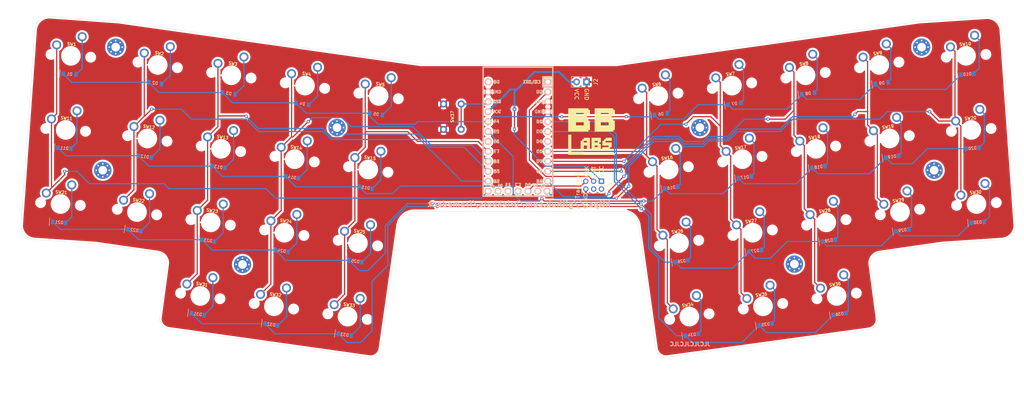
<source format=kicad_pcb>
(kicad_pcb (version 20171130) (host pcbnew "(5.1.12-1-10_14)")
  (layers (0 F.Cu signal) (31 B.Cu signal) (34 B.Paste user hide) (35 F.Paste user hide) (36 B.SilkS user) (37 F.SilkS user) (38 B.Mask user hide) (39 F.Mask user hide) (44 Edge.Cuts user))
  (net 0 "")
  (net 1 "Net-(D1-Pad2)")
  (net 2 row1)
  (net 3 "Net-(D2-Pad2)")
  (net 4 "Net-(D3-Pad2)")
  (net 5 "Net-(D4-Pad2)")
  (net 6 "Net-(D5-Pad2)")
  (net 7 "Net-(D6-Pad2)")
  (net 8 "Net-(D7-Pad2)")
  (net 9 "Net-(D8-Pad2)")
  (net 10 "Net-(D9-Pad2)")
  (net 11 "Net-(D10-Pad2)")
  (net 12 "Net-(D11-Pad2)")
  (net 13 row2)
  (net 14 "Net-(D12-Pad2)")
  (net 15 "Net-(D13-Pad2)")
  (net 16 "Net-(D14-Pad2)")
  (net 17 "Net-(D15-Pad2)")
  (net 18 "Net-(D16-Pad2)")
  (net 19 "Net-(D17-Pad2)")
  (net 20 "Net-(D18-Pad2)")
  (net 21 "Net-(D19-Pad2)")
  (net 22 "Net-(D20-Pad2)")
  (net 23 "Net-(D21-Pad2)")
  (net 24 row3)
  (net 25 "Net-(D22-Pad2)")
  (net 26 "Net-(D23-Pad2)")
  (net 27 "Net-(D24-Pad2)")
  (net 28 "Net-(D25-Pad2)")
  (net 29 "Net-(D26-Pad2)")
  (net 30 "Net-(D27-Pad2)")
  (net 31 "Net-(D28-Pad2)")
  (net 32 "Net-(D29-Pad2)")
  (net 33 "Net-(D30-Pad2)")
  (net 34 "Net-(D31-Pad2)")
  (net 35 row4)
  (net 36 "Net-(D32-Pad2)")
  (net 37 "Net-(D33-Pad2)")
  (net 38 "Net-(D34-Pad2)")
  (net 39 "Net-(D35-Pad2)")
  (net 40 "Net-(D36-Pad2)")
  (net 41 "Net-(H1-Pad1)")
  (net 42 "Net-(H2-Pad1)")
  (net 43 "Net-(H3-Pad1)")
  (net 44 "Net-(H5-Pad1)")
  (net 45 "Net-(H6-Pad1)")
  (net 46 "Net-(H7-Pad1)")
  (net 47 col1)
  (net 48 col2)
  (net 49 col3)
  (net 50 col4)
  (net 51 col5)
  (net 52 col6)
  (net 53 col7)
  (net 54 col8)
  (net 55 col9)
  (net 56 col10)
  (net 57 GND)
  (net 58 reset)
  (net 59 "Net-(U1-Pad1)")
  (net 60 "Net-(U1-Pad7)")
  (net 61 "Net-(U1-Pad18)")
  (net 62 VCC)
  (net 63 "Net-(U1-Pad24)")
  (net 64 "Net-(H9-Pad1)")
  (net 65 "Net-(H10-Pad1)")
  (net 66 ps2_clk)
  (net 67 "Net-(J1-Pad4)")
  (net 68 ps2_dat)
  (net 69 "Net-(J1-Pad2)")
  (net 70 "Net-(U1-Pad28)")
  (net 71 "Net-(U1-Pad29)")
  (net 72 "Net-(U1-Pad25)")
  (net 73 "Net-(U1-Pad27)")
  (module rsu_graphics:bblabs_logo_sml (layer F.Cu) (at 166.37 63.5)
    (fp_text reference G*** hide)
    (fp_text value LOGO hide)
  )
  (module Horizon:SW_Push_6mm (layer F.Cu) (at 130.81 59.69 90)
    (fp_text reference SW37 (at 0 0 90) (layer F.SilkS) (effects (font (size 0.75 0.75))))
    (fp_text value "Reset Switch")
    (pad 1 thru_hole circle (at 3.25 -2.25 90) (size 1.8 1.8) (drill 1) (layers *.Cu *.Mask) (net 57 GND))
    (pad 2 thru_hole circle (at 3.25 2.25 90) (size 1.8 1.8) (drill 1) (layers *.Cu *.Mask) (net 58 reset))
    (pad 1 thru_hole circle (at -3.25 -2.25 90) (size 1.8 1.8) (drill 1) (layers *.Cu *.Mask) (net 57 GND))
    (pad 2 thru_hole circle (at -3.25 2.25 90) (size 1.8 1.8) (drill 1) (layers *.Cu *.Mask) (net 58 reset))
  )
  (module keebio:Elite-C (layer B.Cu) (at 147.574 64.77 270)
    (fp_text reference U1 hide)
    (fp_text value Pro-Micro hide)
    (fp_text user D5 (at 12.4 -2.54 180) (layer F.SilkS) (effects (font (size 0.8 0.8))))
    (fp_text user D5 (at 12.4 -2.54 180) (layer B.SilkS) (effects (font (size 0.8 0.8)) (justify mirror)))
    (fp_text user F1 (at 12.4 2.54 180) (layer B.SilkS) (effects (font (size 0.8 0.8)) (justify mirror)))
    (fp_text user F1 (at 12.4 2.54 180) (layer F.SilkS) (effects (font (size 0.8 0.8))))
    (fp_text user C7 (at 12.4 0 180) (layer F.SilkS) (effects (font (size 0.8 0.8))))
    (fp_text user C7 (at 12.4 0 180) (layer B.SilkS) (effects (font (size 0.8 0.8)) (justify mirror)))
    (fp_text user B6 (at 12.7 6.4 135 unlocked) (layer F.SilkS) (effects (font (size 0.7 0.7))))
    (fp_text user B6 (at 12.7 6.4 135 unlocked) (layer B.SilkS) (effects (font (size 0.7 0.7)) (justify mirror)))
    (fp_text user F0 (at 12.6 4.5 180) (layer B.SilkS) (effects (font (size 0.7 0.7)) (justify mirror)))
    (fp_text user F0 (at 12.6 4.5 180) (layer F.SilkS) (effects (font (size 0.7 0.7))))
    (fp_text user B7 (at 12.6 -4.5 180) (layer F.SilkS) (effects (font (size 0.7 0.7))))
    (fp_text user B7 (at 12.6 -4.5 180) (layer B.SilkS) (effects (font (size 0.7 0.7)) (justify mirror)))
    (fp_text user ST (at -8.91 5.04 180) (layer F.SilkS) (effects (font (size 0.8 0.8))))
    (fp_text user TX0/D3 (at -13.97 -3.571872 180) (layer B.SilkS) (effects (font (size 0.8 0.8)) (justify mirror)))
    (fp_text user TX0/D3 (at -13.97 -3.571872 180) (layer F.SilkS) (effects (font (size 0.8 0.8))))
    (fp_text user D2 (at -11.43 -5.461 180) (layer B.SilkS) (effects (font (size 0.8 0.8)) (justify mirror)))
    (fp_text user D0 (at -1.27 -5.461 180) (layer B.SilkS) (effects (font (size 0.8 0.8)) (justify mirror)))
    (fp_text user D1 (at -3.81 -5.461 180) (layer B.SilkS) (effects (font (size 0.8 0.8)) (justify mirror)))
    (fp_text user GND (at -6.35 -5.461 180) (layer B.SilkS) (effects (font (size 0.8 0.8)) (justify mirror)))
    (fp_text user GND (at -8.89 -5.461 180) (layer B.SilkS) (effects (font (size 0.8 0.8)) (justify mirror)))
    (fp_text user D4 (at 1.27 -5.461 180) (layer B.SilkS) (effects (font (size 0.8 0.8)) (justify mirror)))
    (fp_text user C6 (at 3.81 -5.461 180) (layer B.SilkS) (effects (font (size 0.8 0.8)) (justify mirror)))
    (fp_text user D7 (at 6.35 -5.461 180) (layer B.SilkS) (effects (font (size 0.8 0.8)) (justify mirror)))
    (fp_text user E6 (at 8.89 -5.461 180) (layer B.SilkS) (effects (font (size 0.8 0.8)) (justify mirror)))
    (fp_text user B4 (at 11.43 -5.461 180) (layer B.SilkS) (effects (font (size 0.8 0.8)) (justify mirror)))
    (fp_text user B5 (at 12.7 -6.4 225) (layer B.SilkS) (effects (font (size 0.7 0.7)) (justify mirror)))
    (fp_text user B2 (at 11.43 5.461 180) (layer F.SilkS) (effects (font (size 0.8 0.8))))
    (fp_text user B3 (at 8.89 5.461 180) (layer B.SilkS) (effects (font (size 0.8 0.8)) (justify mirror)))
    (fp_text user B1 (at 6.35 5.461 180) (layer B.SilkS) (effects (font (size 0.8 0.8)) (justify mirror)))
    (fp_text user F7 (at 3.81 5.461 180) (layer F.SilkS) (effects (font (size 0.8 0.8))))
    (fp_text user F6 (at 1.27 5.461 180) (layer F.SilkS) (effects (font (size 0.8 0.8))))
    (fp_text user F5 (at -1.27 5.461 180) (layer F.SilkS) (effects (font (size 0.8 0.8))))
    (fp_text user F4 (at -3.81 5.461 180) (layer B.SilkS) (effects (font (size 0.8 0.8)) (justify mirror)))
    (fp_text user VCC (at -6.35 5.461 180) (layer B.SilkS) (effects (font (size 0.8 0.8)) (justify mirror)))
    (fp_text user ST (at -8.92 5.73312 180) (layer B.SilkS) (effects (font (size 0.8 0.8)) (justify mirror)))
    (fp_text user GND (at -11.43 5.461 180) (layer B.SilkS) (effects (font (size 0.8 0.8)) (justify mirror)))
    (fp_text user B0 (at -13.97 5.461 180) (layer B.SilkS) (effects (font (size 0.8 0.8)) (justify mirror)))
    (fp_text user B0 (at -13.97 5.461 180) (layer F.SilkS) (effects (font (size 0.8 0.8))))
    (fp_text user GND (at -11.43 5.461 180) (layer F.SilkS) (effects (font (size 0.8 0.8))))
    (fp_text user VCC (at -6.35 5.461 180) (layer F.SilkS) (effects (font (size 0.8 0.8))))
    (fp_text user F4 (at -3.81 5.461 180) (layer F.SilkS) (effects (font (size 0.8 0.8))))
    (fp_text user F5 (at -1.27 5.461 180) (layer B.SilkS) (effects (font (size 0.8 0.8)) (justify mirror)))
    (fp_text user F6 (at 1.27 5.461 180) (layer B.SilkS) (effects (font (size 0.8 0.8)) (justify mirror)))
    (fp_text user F7 (at 3.81 5.461 180) (layer B.SilkS) (effects (font (size 0.8 0.8)) (justify mirror)))
    (fp_text user B1 (at 6.35 5.461 180) (layer F.SilkS) (effects (font (size 0.8 0.8))))
    (fp_text user B3 (at 8.89 5.461 180) (layer F.SilkS) (effects (font (size 0.8 0.8))))
    (fp_text user B2 (at 11.43 5.461 180) (layer B.SilkS) (effects (font (size 0.8 0.8)) (justify mirror)))
    (fp_text user B5 (at 12.7 -6.4 225) (layer F.SilkS) (effects (font (size 0.7 0.7))))
    (fp_text user B4 (at 11.43 -5.461 180) (layer F.SilkS) (effects (font (size 0.8 0.8))))
    (fp_text user E6 (at 8.89 -5.461 180) (layer F.SilkS) (effects (font (size 0.8 0.8))))
    (fp_text user D7 (at 6.35 -5.461 180) (layer F.SilkS) (effects (font (size 0.8 0.8))))
    (fp_text user C6 (at 3.81 -5.461 180) (layer F.SilkS) (effects (font (size 0.8 0.8))))
    (fp_text user D4 (at 1.27 -5.461 180) (layer F.SilkS) (effects (font (size 0.8 0.8))))
    (fp_text user GND (at -8.89 -5.461 180) (layer F.SilkS) (effects (font (size 0.8 0.8))))
    (fp_text user GND (at -6.35 -5.461 180) (layer F.SilkS) (effects (font (size 0.8 0.8))))
    (fp_text user D1 (at -3.81 -5.461 180) (layer F.SilkS) (effects (font (size 0.8 0.8))))
    (fp_text user D0 (at -1.27 -5.461 180) (layer F.SilkS) (effects (font (size 0.8 0.8))))
    (fp_text user D2 (at -11.43 -5.461 180) (layer F.SilkS) (effects (font (size 0.8 0.8))))
    (pad 25 thru_hole circle (at 13.97 -5.08 270) (size 1.7526 1.7526) (drill 1.0922) (layers *.Cu *.SilkS *.Mask) (net 72 "Net-(U1-Pad25)"))
    (pad 26 thru_hole circle (at 13.97 -2.54 270) (size 1.7526 1.7526) (drill 1.0922) (layers *.Cu *.SilkS *.Mask) (net 66 ps2_clk))
    (pad 27 thru_hole circle (at 13.97 0 270) (size 1.7526 1.7526) (drill 1.0922) (layers *.Cu *.SilkS *.Mask) (net 73 "Net-(U1-Pad27)"))
    (pad 28 thru_hole circle (at 13.97 2.54 270) (size 1.7526 1.7526) (drill 1.0922) (layers *.Cu *.SilkS *.Mask) (net 70 "Net-(U1-Pad28)"))
    (pad 29 thru_hole circle (at 13.97 5.08 270) (size 1.7526 1.7526) (drill 1.0922) (layers *.Cu *.SilkS *.Mask) (net 71 "Net-(U1-Pad29)"))
    (pad 24 thru_hole circle (at -13.97 7.62 270) (size 1.7526 1.7526) (drill 1.0922) (layers *.Cu *.SilkS *.Mask) (net 63 "Net-(U1-Pad24)"))
    (pad 12 thru_hole circle (at 13.97 -7.3914 270) (size 1.7526 1.7526) (drill 1.0922) (layers *.Cu *.SilkS *.Mask) (net 56 col10))
    (pad 23 thru_hole circle (at -11.43 7.62 270) (size 1.7526 1.7526) (drill 1.0922) (layers *.Cu *.SilkS *.Mask) (net 57 GND))
    (pad 22 thru_hole circle (at -8.89 7.62 270) (size 1.7526 1.7526) (drill 1.0922) (layers *.Cu *.SilkS *.Mask) (net 58 reset))
    (pad 21 thru_hole circle (at -6.35 7.62 270) (size 1.7526 1.7526) (drill 1.0922) (layers *.Cu *.SilkS *.Mask) (net 62 VCC))
    (pad 20 thru_hole circle (at -3.81 7.62 270) (size 1.7526 1.7526) (drill 1.0922) (layers *.Cu *.SilkS *.Mask) (net 2 row1))
    (pad 19 thru_hole circle (at -1.27 7.62 270) (size 1.7526 1.7526) (drill 1.0922) (layers *.Cu *.SilkS *.Mask) (net 13 row2))
    (pad 18 thru_hole circle (at 1.27 7.62 270) (size 1.7526 1.7526) (drill 1.0922) (layers *.Cu *.SilkS *.Mask) (net 61 "Net-(U1-Pad18)"))
    (pad 17 thru_hole circle (at 3.81 7.62 270) (size 1.7526 1.7526) (drill 1.0922) (layers *.Cu *.SilkS *.Mask) (net 51 col5))
    (pad 16 thru_hole circle (at 6.35 7.62 270) (size 1.7526 1.7526) (drill 1.0922) (layers *.Cu *.SilkS *.Mask) (net 50 col4))
    (pad 15 thru_hole circle (at 8.89 7.62 270) (size 1.7526 1.7526) (drill 1.0922) (layers *.Cu *.SilkS *.Mask) (net 49 col3))
    (pad 14 thru_hole circle (at 11.43 7.62 270) (size 1.7526 1.7526) (drill 1.0922) (layers *.Cu *.SilkS *.Mask) (net 48 col2))
    (pad 13 thru_hole circle (at 13.97 7.62 270) (size 1.7526 1.7526) (drill 1.0922) (layers *.Cu *.SilkS *.Mask) (net 47 col1))
    (pad 11 thru_hole circle (at 11.43 -7.62 270) (size 1.7526 1.7526) (drill 1.0922) (layers *.Cu *.SilkS *.Mask) (net 55 col9))
    (pad 10 thru_hole circle (at 8.89 -7.62 270) (size 1.7526 1.7526) (drill 1.0922) (layers *.Cu *.SilkS *.Mask) (net 54 col8))
    (pad 9 thru_hole circle (at 6.35 -7.62 270) (size 1.7526 1.7526) (drill 1.0922) (layers *.Cu *.SilkS *.Mask) (net 53 col7))
    (pad 8 thru_hole circle (at 3.81 -7.62 270) (size 1.7526 1.7526) (drill 1.0922) (layers *.Cu *.SilkS *.Mask) (net 52 col6))
    (pad 7 thru_hole circle (at 1.27 -7.62 270) (size 1.7526 1.7526) (drill 1.0922) (layers *.Cu *.SilkS *.Mask) (net 60 "Net-(U1-Pad7)"))
    (pad 6 thru_hole circle (at -1.27 -7.62 270) (size 1.7526 1.7526) (drill 1.0922) (layers *.Cu *.SilkS *.Mask) (net 35 row4))
    (pad 5 thru_hole circle (at -3.81 -7.62 270) (size 1.7526 1.7526) (drill 1.0922) (layers *.Cu *.SilkS *.Mask) (net 24 row3))
    (pad 4 thru_hole circle (at -6.35 -7.62 270) (size 1.7526 1.7526) (drill 1.0922) (layers *.Cu *.SilkS *.Mask) (net 57 GND))
    (pad 3 thru_hole circle (at -8.89 -7.62 270) (size 1.7526 1.7526) (drill 1.0922) (layers *.Cu *.SilkS *.Mask) (net 57 GND))
    (pad 2 thru_hole circle (at -11.43 -7.62 270) (size 1.7526 1.7526) (drill 1.0922) (layers *.Cu *.SilkS *.Mask) (net 68 ps2_dat))
    (pad 1 thru_hole rect (at -13.97 -7.62 270) (size 1.7526 1.7526) (drill 1.0922) (layers *.Cu *.SilkS *.Mask) (net 59 "Net-(U1-Pad1)"))
  )
  (module Connector_PinHeader_2.54mm:PinHeader_1x02_P2.54mm_Vertical (layer F.Cu) (at 165.1 50.8 270)
    (fp_text reference J2 (at 0 -2.33 90) (layer F.SilkS))
    (fp_text value LCD_Power)
    (pad 2 thru_hole oval (at 0 2.54 270) (size 1.7 1.7) (drill 1) (layers *.Cu *.Mask) (net 62 VCC))
    (pad 1 thru_hole rect (at 0 0 270) (size 1.7 1.7) (drill 1) (layers *.Cu *.Mask) (net 57 GND))
  )
  (module Connector_PinHeader_2.00mm:PinHeader_2x03_P2.00mm_Vertical (layer F.Cu) (at 168.91 76.2 270)
    (fp_text reference J1 (at 1 -2.06 90) (layer F.SilkS))
    (fp_text value Trackball)
    (pad 6 thru_hole oval (at 2 4 270) (size 1.35 1.35) (drill 0.8) (layers *.Cu *.Mask) (net 57 GND))
    (pad 5 thru_hole oval (at 0 4 270) (size 1.35 1.35) (drill 0.8) (layers *.Cu *.Mask) (net 66 ps2_clk))
    (pad 4 thru_hole oval (at 2 2 270) (size 1.35 1.35) (drill 0.8) (layers *.Cu *.Mask) (net 67 "Net-(J1-Pad4)"))
    (pad 3 thru_hole oval (at 0 2 270) (size 1.35 1.35) (drill 0.8) (layers *.Cu *.Mask) (net 68 ps2_dat))
    (pad 2 thru_hole oval (at 2 0 270) (size 1.35 1.35) (drill 0.8) (layers *.Cu *.Mask) (net 69 "Net-(J1-Pad2)"))
    (pad 1 thru_hole rect (at 0 0 270) (size 1.35 1.35) (drill 0.8) (layers *.Cu *.Mask) (net 62 VCC))
  )
  (module Horizon:SW_MX_plate (layer F.Cu) (at 106.681731 92.015589 352)
    (fp_text reference SW25 (at 0 -3 172) (layer F.SilkS) (effects (font (size 0.75 0.75))))
    (fp_text value SW_Push)
    (pad "" np_thru_hole circle (at -5.08 0 352) (size 1.75 1.75) (drill 1.75) (layers *.Cu *.Mask))
    (pad "" np_thru_hole circle (at 5.08 0 352) (size 1.75 1.75) (drill 1.75) (layers *.Cu *.Mask))
    (pad "" np_thru_hole circle (at 0 0 352) (size 4 4) (drill 4) (layers *.Cu *.Mask))
    (pad 2 thru_hole circle (at 2.54 -5.08 352) (size 2.3 2.3) (drill 1.5) (layers *.Cu *.Mask) (net 28 "Net-(D25-Pad2)"))
    (pad 1 thru_hole circle (at -3.81 -2.54 352) (size 2.3 2.3) (drill 1.5) (layers *.Cu *.Mask) (net 51 col5))
  )
  (module Horizon:SW_MX_plate (layer F.Cu) (at 210.177651 108.186393 8)
    (fp_text reference SW35 (at 0 -3 8) (layer F.SilkS) (effects (font (size 0.75 0.75))))
    (fp_text value SW_Push)
    (pad "" np_thru_hole circle (at -5.08 0 8) (size 1.75 1.75) (drill 1.75) (layers *.Cu *.Mask))
    (pad "" np_thru_hole circle (at 5.08 0 8) (size 1.75 1.75) (drill 1.75) (layers *.Cu *.Mask))
    (pad "" np_thru_hole circle (at 0 0 8) (size 4 4) (drill 4) (layers *.Cu *.Mask))
    (pad 2 thru_hole circle (at 2.54 -5.08 8) (size 2.3 2.3) (drill 1.5) (layers *.Cu *.Mask) (net 39 "Net-(D35-Pad2)"))
    (pad 1 thru_hole circle (at -3.81 -2.54 8) (size 2.3 2.3) (drill 1.5) (layers *.Cu *.Mask) (net 53 col7))
  )
  (module Horizon:Mount_M2 (layer F.Cu) (at 253.9 73.4)
    (fp_text reference H10 hide)
    (fp_text value Hole_Pad hide)
    (pad 1 thru_hole circle (at 1.166726 -1.166726) (size 0.7 0.7) (drill 0.4) (layers *.Cu *.Mask) (net 65 "Net-(H10-Pad1)"))
    (pad 1 thru_hole circle (at 0 -1.65) (size 0.7 0.7) (drill 0.4) (layers *.Cu *.Mask) (net 65 "Net-(H10-Pad1)"))
    (pad 1 thru_hole circle (at -1.166726 -1.166726) (size 0.7 0.7) (drill 0.4) (layers *.Cu *.Mask) (net 65 "Net-(H10-Pad1)"))
    (pad 1 thru_hole circle (at -1.65 0) (size 0.7 0.7) (drill 0.4) (layers *.Cu *.Mask) (net 65 "Net-(H10-Pad1)"))
    (pad 1 thru_hole circle (at -1.166726 1.166726) (size 0.7 0.7) (drill 0.4) (layers *.Cu *.Mask) (net 65 "Net-(H10-Pad1)"))
    (pad 1 thru_hole circle (at 0 1.65) (size 0.7 0.7) (drill 0.4) (layers *.Cu *.Mask) (net 65 "Net-(H10-Pad1)"))
    (pad 1 thru_hole circle (at 1.166726 1.166726) (size 0.7 0.7) (drill 0.4) (layers *.Cu *.Mask) (net 65 "Net-(H10-Pad1)"))
    (pad 1 thru_hole circle (at 1.65 0) (size 0.7 0.7) (drill 0.4) (layers *.Cu *.Mask) (net 65 "Net-(H10-Pad1)"))
    (pad 1 thru_hole circle (at 0 0) (size 4.4 4.4) (drill 2.2) (layers *.Cu *.Mask) (net 65 "Net-(H10-Pad1)"))
  )
  (module Horizon:Mount_M2 (layer F.Cu) (at 41.5 73.4)
    (fp_text reference H9 hide)
    (fp_text value Hole_Pad hide)
    (pad 1 thru_hole circle (at 1.166726 -1.166726) (size 0.7 0.7) (drill 0.4) (layers *.Cu *.Mask) (net 64 "Net-(H9-Pad1)"))
    (pad 1 thru_hole circle (at 0 -1.65) (size 0.7 0.7) (drill 0.4) (layers *.Cu *.Mask) (net 64 "Net-(H9-Pad1)"))
    (pad 1 thru_hole circle (at -1.166726 -1.166726) (size 0.7 0.7) (drill 0.4) (layers *.Cu *.Mask) (net 64 "Net-(H9-Pad1)"))
    (pad 1 thru_hole circle (at -1.65 0) (size 0.7 0.7) (drill 0.4) (layers *.Cu *.Mask) (net 64 "Net-(H9-Pad1)"))
    (pad 1 thru_hole circle (at -1.166726 1.166726) (size 0.7 0.7) (drill 0.4) (layers *.Cu *.Mask) (net 64 "Net-(H9-Pad1)"))
    (pad 1 thru_hole circle (at 0 1.65) (size 0.7 0.7) (drill 0.4) (layers *.Cu *.Mask) (net 64 "Net-(H9-Pad1)"))
    (pad 1 thru_hole circle (at 1.166726 1.166726) (size 0.7 0.7) (drill 0.4) (layers *.Cu *.Mask) (net 64 "Net-(H9-Pad1)"))
    (pad 1 thru_hole circle (at 1.65 0) (size 0.7 0.7) (drill 0.4) (layers *.Cu *.Mask) (net 64 "Net-(H9-Pad1)"))
    (pad 1 thru_hole circle (at 0 0) (size 4.4 4.4) (drill 2.2) (layers *.Cu *.Mask) (net 64 "Net-(H9-Pad1)"))
  )
  (module Horizon:SW_MX_plate (layer F.Cu) (at 262.056666 44.121145 4)
    (fp_text reference SW10 (at 0 -3 4) (layer F.SilkS) (effects (font (size 0.75 0.75))))
    (fp_text value SW_Push)
    (pad "" np_thru_hole circle (at -5.08 0 4) (size 1.75 1.75) (drill 1.75) (layers *.Cu *.Mask))
    (pad "" np_thru_hole circle (at 5.08 0 4) (size 1.75 1.75) (drill 1.75) (layers *.Cu *.Mask))
    (pad "" np_thru_hole circle (at 0 0 4) (size 4 4) (drill 4) (layers *.Cu *.Mask))
    (pad 2 thru_hole circle (at 2.54 -5.08 4) (size 2.3 2.3) (drill 1.5) (layers *.Cu *.Mask) (net 11 "Net-(D10-Pad2)"))
    (pad 1 thru_hole circle (at -3.81 -2.54 4) (size 2.3 2.3) (drill 1.5) (layers *.Cu *.Mask) (net 56 col10))
  )
  (module Horizon:Mount_M2 (layer F.Cu) (at 194.056 62.484)
    (fp_text reference H7 hide)
    (fp_text value Hole_Pad hide)
    (pad 1 thru_hole circle (at 1.166726 -1.166726) (size 0.7 0.7) (drill 0.4) (layers *.Cu *.Mask) (net 46 "Net-(H7-Pad1)"))
    (pad 1 thru_hole circle (at 0 -1.65) (size 0.7 0.7) (drill 0.4) (layers *.Cu *.Mask) (net 46 "Net-(H7-Pad1)"))
    (pad 1 thru_hole circle (at -1.166726 -1.166726) (size 0.7 0.7) (drill 0.4) (layers *.Cu *.Mask) (net 46 "Net-(H7-Pad1)"))
    (pad 1 thru_hole circle (at -1.65 0) (size 0.7 0.7) (drill 0.4) (layers *.Cu *.Mask) (net 46 "Net-(H7-Pad1)"))
    (pad 1 thru_hole circle (at -1.166726 1.166726) (size 0.7 0.7) (drill 0.4) (layers *.Cu *.Mask) (net 46 "Net-(H7-Pad1)"))
    (pad 1 thru_hole circle (at 0 1.65) (size 0.7 0.7) (drill 0.4) (layers *.Cu *.Mask) (net 46 "Net-(H7-Pad1)"))
    (pad 1 thru_hole circle (at 1.166726 1.166726) (size 0.7 0.7) (drill 0.4) (layers *.Cu *.Mask) (net 46 "Net-(H7-Pad1)"))
    (pad 1 thru_hole circle (at 1.65 0) (size 0.7 0.7) (drill 0.4) (layers *.Cu *.Mask) (net 46 "Net-(H7-Pad1)"))
    (pad 1 thru_hole circle (at 0 0) (size 4.4 4.4) (drill 2.2) (layers *.Cu *.Mask) (net 46 "Net-(H7-Pad1)"))
  )
  (module Horizon:Mount_M2 (layer F.Cu) (at 101.346 62.484)
    (fp_text reference H3 hide)
    (fp_text value Hole_Pad hide)
    (pad 1 thru_hole circle (at 1.166726 -1.166726) (size 0.7 0.7) (drill 0.4) (layers *.Cu *.Mask) (net 43 "Net-(H3-Pad1)"))
    (pad 1 thru_hole circle (at 0 -1.65) (size 0.7 0.7) (drill 0.4) (layers *.Cu *.Mask) (net 43 "Net-(H3-Pad1)"))
    (pad 1 thru_hole circle (at -1.166726 -1.166726) (size 0.7 0.7) (drill 0.4) (layers *.Cu *.Mask) (net 43 "Net-(H3-Pad1)"))
    (pad 1 thru_hole circle (at -1.65 0) (size 0.7 0.7) (drill 0.4) (layers *.Cu *.Mask) (net 43 "Net-(H3-Pad1)"))
    (pad 1 thru_hole circle (at -1.166726 1.166726) (size 0.7 0.7) (drill 0.4) (layers *.Cu *.Mask) (net 43 "Net-(H3-Pad1)"))
    (pad 1 thru_hole circle (at 0 1.65) (size 0.7 0.7) (drill 0.4) (layers *.Cu *.Mask) (net 43 "Net-(H3-Pad1)"))
    (pad 1 thru_hole circle (at 1.166726 1.166726) (size 0.7 0.7) (drill 0.4) (layers *.Cu *.Mask) (net 43 "Net-(H3-Pad1)"))
    (pad 1 thru_hole circle (at 1.65 0) (size 0.7 0.7) (drill 0.4) (layers *.Cu *.Mask) (net 43 "Net-(H3-Pad1)"))
    (pad 1 thru_hole circle (at 0 0) (size 4.4 4.4) (drill 2.2) (layers *.Cu *.Mask) (net 43 "Net-(H3-Pad1)"))
  )
  (module Horizon:SW_MX_plate (layer F.Cu) (at 228.992744 105.542104 8)
    (fp_text reference SW36 (at 0 -3 8) (layer F.SilkS) (effects (font (size 0.75 0.75))))
    (fp_text value SW_Push)
    (pad "" np_thru_hole circle (at -5.08 0 8) (size 1.75 1.75) (drill 1.75) (layers *.Cu *.Mask))
    (pad "" np_thru_hole circle (at 5.08 0 8) (size 1.75 1.75) (drill 1.75) (layers *.Cu *.Mask))
    (pad "" np_thru_hole circle (at 0 0 8) (size 4 4) (drill 4) (layers *.Cu *.Mask))
    (pad 2 thru_hole circle (at 2.54 -5.08 8) (size 2.3 2.3) (drill 1.5) (layers *.Cu *.Mask) (net 40 "Net-(D36-Pad2)"))
    (pad 1 thru_hole circle (at -3.81 -2.54 8) (size 2.3 2.3) (drill 1.5) (layers *.Cu *.Mask) (net 54 col8))
  )
  (module Horizon:SW_MX_plate (layer F.Cu) (at 191.362558 110.830682 8)
    (fp_text reference SW34 (at 0 -3 8) (layer F.SilkS) (effects (font (size 0.75 0.75))))
    (fp_text value SW_Push)
    (pad "" np_thru_hole circle (at -5.08 0 8) (size 1.75 1.75) (drill 1.75) (layers *.Cu *.Mask))
    (pad "" np_thru_hole circle (at 5.08 0 8) (size 1.75 1.75) (drill 1.75) (layers *.Cu *.Mask))
    (pad "" np_thru_hole circle (at 0 0 8) (size 4 4) (drill 4) (layers *.Cu *.Mask))
    (pad 2 thru_hole circle (at 2.54 -5.08 8) (size 2.3 2.3) (drill 1.5) (layers *.Cu *.Mask) (net 38 "Net-(D34-Pad2)"))
    (pad 1 thru_hole circle (at -3.81 -2.54 8) (size 2.3 2.3) (drill 1.5) (layers *.Cu *.Mask) (net 52 col6))
  )
  (module Horizon:SW_MX_plate (layer F.Cu) (at 104.037442 110.830682 352)
    (fp_text reference SW33 (at 0 -3 172) (layer F.SilkS) (effects (font (size 0.75 0.75))))
    (fp_text value SW_Push)
    (pad "" np_thru_hole circle (at -5.08 0 352) (size 1.75 1.75) (drill 1.75) (layers *.Cu *.Mask))
    (pad "" np_thru_hole circle (at 5.08 0 352) (size 1.75 1.75) (drill 1.75) (layers *.Cu *.Mask))
    (pad "" np_thru_hole circle (at 0 0 352) (size 4 4) (drill 4) (layers *.Cu *.Mask))
    (pad 2 thru_hole circle (at 2.54 -5.08 352) (size 2.3 2.3) (drill 1.5) (layers *.Cu *.Mask) (net 37 "Net-(D33-Pad2)"))
    (pad 1 thru_hole circle (at -3.81 -2.54 352) (size 2.3 2.3) (drill 1.5) (layers *.Cu *.Mask) (net 51 col5))
  )
  (module Horizon:SW_MX_plate (layer F.Cu) (at 85.222349 108.186393 352)
    (fp_text reference SW32 (at 0 -3 172) (layer F.SilkS) (effects (font (size 0.75 0.75))))
    (fp_text value SW_Push)
    (pad "" np_thru_hole circle (at -5.08 0 352) (size 1.75 1.75) (drill 1.75) (layers *.Cu *.Mask))
    (pad "" np_thru_hole circle (at 5.08 0 352) (size 1.75 1.75) (drill 1.75) (layers *.Cu *.Mask))
    (pad "" np_thru_hole circle (at 0 0 352) (size 4 4) (drill 4) (layers *.Cu *.Mask))
    (pad 2 thru_hole circle (at 2.54 -5.08 352) (size 2.3 2.3) (drill 1.5) (layers *.Cu *.Mask) (net 36 "Net-(D32-Pad2)"))
    (pad 1 thru_hole circle (at -3.81 -2.54 352) (size 2.3 2.3) (drill 1.5) (layers *.Cu *.Mask) (net 50 col4))
  )
  (module Horizon:SW_MX_plate (layer F.Cu) (at 66.407256 105.542104 352)
    (fp_text reference SW31 (at 0 -3 172) (layer F.SilkS) (effects (font (size 0.75 0.75))))
    (fp_text value SW_Push)
    (pad "" np_thru_hole circle (at -5.08 0 352) (size 1.75 1.75) (drill 1.75) (layers *.Cu *.Mask))
    (pad "" np_thru_hole circle (at 5.08 0 352) (size 1.75 1.75) (drill 1.75) (layers *.Cu *.Mask))
    (pad "" np_thru_hole circle (at 0 0 352) (size 4 4) (drill 4) (layers *.Cu *.Mask))
    (pad 2 thru_hole circle (at 2.54 -5.08 352) (size 2.3 2.3) (drill 1.5) (layers *.Cu *.Mask) (net 34 "Net-(D31-Pad2)"))
    (pad 1 thru_hole circle (at -3.81 -2.54 352) (size 2.3 2.3) (drill 1.5) (layers *.Cu *.Mask) (net 49 col3))
  )
  (module Horizon:SW_MX_plate (layer F.Cu) (at 264.707412 82.028579 4)
    (fp_text reference SW30 (at 0 -3 4) (layer F.SilkS) (effects (font (size 0.75 0.75))))
    (fp_text value SW_Push)
    (pad "" np_thru_hole circle (at -5.08 0 4) (size 1.75 1.75) (drill 1.75) (layers *.Cu *.Mask))
    (pad "" np_thru_hole circle (at 5.08 0 4) (size 1.75 1.75) (drill 1.75) (layers *.Cu *.Mask))
    (pad "" np_thru_hole circle (at 0 0 4) (size 4 4) (drill 4) (layers *.Cu *.Mask))
    (pad 2 thru_hole circle (at 2.54 -5.08 4) (size 2.3 2.3) (drill 1.5) (layers *.Cu *.Mask) (net 33 "Net-(D30-Pad2)"))
    (pad 1 thru_hole circle (at -3.81 -2.54 4) (size 2.3 2.3) (drill 1.5) (layers *.Cu *.Mask) (net 56 col10))
  )
  (module Horizon:SW_MX_plate (layer F.Cu) (at 245.1735 84.074 8)
    (fp_text reference SW29 (at 0 -3 8) (layer F.SilkS) (effects (font (size 0.75 0.75))))
    (fp_text value SW_Push)
    (pad "" np_thru_hole circle (at -5.08 0 8) (size 1.75 1.75) (drill 1.75) (layers *.Cu *.Mask))
    (pad "" np_thru_hole circle (at 5.08 0 8) (size 1.75 1.75) (drill 1.75) (layers *.Cu *.Mask))
    (pad "" np_thru_hole circle (at 0 0 8) (size 4 4) (drill 4) (layers *.Cu *.Mask))
    (pad 2 thru_hole circle (at 2.54 -5.08 8) (size 2.3 2.3) (drill 1.5) (layers *.Cu *.Mask) (net 32 "Net-(D29-Pad2)"))
    (pad 1 thru_hole circle (at -3.81 -2.54 8) (size 2.3 2.3) (drill 1.5) (layers *.Cu *.Mask) (net 55 col9))
  )
  (module Horizon:SW_MX_plate (layer F.Cu) (at 226.348456 86.727011 8)
    (fp_text reference SW28 (at 0 -3 8) (layer F.SilkS) (effects (font (size 0.75 0.75))))
    (fp_text value SW_Push)
    (pad "" np_thru_hole circle (at -5.08 0 8) (size 1.75 1.75) (drill 1.75) (layers *.Cu *.Mask))
    (pad "" np_thru_hole circle (at 5.08 0 8) (size 1.75 1.75) (drill 1.75) (layers *.Cu *.Mask))
    (pad "" np_thru_hole circle (at 0 0 8) (size 4 4) (drill 4) (layers *.Cu *.Mask))
    (pad 2 thru_hole circle (at 2.54 -5.08 8) (size 2.3 2.3) (drill 1.5) (layers *.Cu *.Mask) (net 31 "Net-(D28-Pad2)"))
    (pad 1 thru_hole circle (at -3.81 -2.54 8) (size 2.3 2.3) (drill 1.5) (layers *.Cu *.Mask) (net 54 col8))
  )
  (module Horizon:SW_MX_plate (layer F.Cu) (at 207.533362 89.3713 8)
    (fp_text reference SW27 (at 0 -3 8) (layer F.SilkS) (effects (font (size 0.75 0.75))))
    (fp_text value SW_Push)
    (pad "" np_thru_hole circle (at -5.08 0 8) (size 1.75 1.75) (drill 1.75) (layers *.Cu *.Mask))
    (pad "" np_thru_hole circle (at 5.08 0 8) (size 1.75 1.75) (drill 1.75) (layers *.Cu *.Mask))
    (pad "" np_thru_hole circle (at 0 0 8) (size 4 4) (drill 4) (layers *.Cu *.Mask))
    (pad 2 thru_hole circle (at 2.54 -5.08 8) (size 2.3 2.3) (drill 1.5) (layers *.Cu *.Mask) (net 30 "Net-(D27-Pad2)"))
    (pad 1 thru_hole circle (at -3.81 -2.54 8) (size 2.3 2.3) (drill 1.5) (layers *.Cu *.Mask) (net 53 col7))
  )
  (module Horizon:SW_MX_plate (layer F.Cu) (at 188.718269 92.015589 8)
    (fp_text reference SW26 (at 0 -3 8) (layer F.SilkS) (effects (font (size 0.75 0.75))))
    (fp_text value SW_Push)
    (pad "" np_thru_hole circle (at -5.08 0 8) (size 1.75 1.75) (drill 1.75) (layers *.Cu *.Mask))
    (pad "" np_thru_hole circle (at 5.08 0 8) (size 1.75 1.75) (drill 1.75) (layers *.Cu *.Mask))
    (pad "" np_thru_hole circle (at 0 0 8) (size 4 4) (drill 4) (layers *.Cu *.Mask))
    (pad 2 thru_hole circle (at 2.54 -5.08 8) (size 2.3 2.3) (drill 1.5) (layers *.Cu *.Mask) (net 29 "Net-(D26-Pad2)"))
    (pad 1 thru_hole circle (at -3.81 -2.54 8) (size 2.3 2.3) (drill 1.5) (layers *.Cu *.Mask) (net 52 col6))
  )
  (module Horizon:SW_MX_plate (layer F.Cu) (at 87.866638 89.3713 352)
    (fp_text reference SW24 (at 0 -3 172) (layer F.SilkS) (effects (font (size 0.75 0.75))))
    (fp_text value SW_Push)
    (pad "" np_thru_hole circle (at -5.08 0 352) (size 1.75 1.75) (drill 1.75) (layers *.Cu *.Mask))
    (pad "" np_thru_hole circle (at 5.08 0 352) (size 1.75 1.75) (drill 1.75) (layers *.Cu *.Mask))
    (pad "" np_thru_hole circle (at 0 0 352) (size 4 4) (drill 4) (layers *.Cu *.Mask))
    (pad 2 thru_hole circle (at 2.54 -5.08 352) (size 2.3 2.3) (drill 1.5) (layers *.Cu *.Mask) (net 27 "Net-(D24-Pad2)"))
    (pad 1 thru_hole circle (at -3.81 -2.54 352) (size 2.3 2.3) (drill 1.5) (layers *.Cu *.Mask) (net 50 col4))
  )
  (module Horizon:SW_MX_plate (layer F.Cu) (at 69.051544 86.727011 352)
    (fp_text reference SW23 (at 0 -3 172) (layer F.SilkS) (effects (font (size 0.75 0.75))))
    (fp_text value SW_Push)
    (pad "" np_thru_hole circle (at -5.08 0 352) (size 1.75 1.75) (drill 1.75) (layers *.Cu *.Mask))
    (pad "" np_thru_hole circle (at 5.08 0 352) (size 1.75 1.75) (drill 1.75) (layers *.Cu *.Mask))
    (pad "" np_thru_hole circle (at 0 0 352) (size 4 4) (drill 4) (layers *.Cu *.Mask))
    (pad 2 thru_hole circle (at 2.54 -5.08 352) (size 2.3 2.3) (drill 1.5) (layers *.Cu *.Mask) (net 26 "Net-(D23-Pad2)"))
    (pad 1 thru_hole circle (at -3.81 -2.54 352) (size 2.3 2.3) (drill 1.5) (layers *.Cu *.Mask) (net 49 col3))
  )
  (module Horizon:SW_MX_plate (layer F.Cu) (at 50.236451 84.082722 352)
    (fp_text reference SW22 (at 0 -3 172) (layer F.SilkS) (effects (font (size 0.75 0.75))))
    (fp_text value SW_Push)
    (pad "" np_thru_hole circle (at -5.08 0 352) (size 1.75 1.75) (drill 1.75) (layers *.Cu *.Mask))
    (pad "" np_thru_hole circle (at 5.08 0 352) (size 1.75 1.75) (drill 1.75) (layers *.Cu *.Mask))
    (pad "" np_thru_hole circle (at 0 0 352) (size 4 4) (drill 4) (layers *.Cu *.Mask))
    (pad 2 thru_hole circle (at 2.54 -5.08 352) (size 2.3 2.3) (drill 1.5) (layers *.Cu *.Mask) (net 25 "Net-(D22-Pad2)"))
    (pad 1 thru_hole circle (at -3.81 -2.54 352) (size 2.3 2.3) (drill 1.5) (layers *.Cu *.Mask) (net 48 col2))
  )
  (module Horizon:SW_MX_plate (layer F.Cu) (at 30.692588 82.028579 356)
    (fp_text reference SW21 (at 0 -3 176) (layer F.SilkS) (effects (font (size 0.75 0.75))))
    (fp_text value SW_Push)
    (pad "" np_thru_hole circle (at -5.08 0 356) (size 1.75 1.75) (drill 1.75) (layers *.Cu *.Mask))
    (pad "" np_thru_hole circle (at 5.08 0 356) (size 1.75 1.75) (drill 1.75) (layers *.Cu *.Mask))
    (pad "" np_thru_hole circle (at 0 0 356) (size 4 4) (drill 4) (layers *.Cu *.Mask))
    (pad 2 thru_hole circle (at 2.54 -5.08 356) (size 2.3 2.3) (drill 1.5) (layers *.Cu *.Mask) (net 23 "Net-(D21-Pad2)"))
    (pad 1 thru_hole circle (at -3.81 -2.54 356) (size 2.3 2.3) (drill 1.5) (layers *.Cu *.Mask) (net 47 col1))
  )
  (module Horizon:SW_MX_plate (layer F.Cu) (at 263.382039 63.074862 4)
    (fp_text reference SW20 (at 0 -3 4) (layer F.SilkS) (effects (font (size 0.75 0.75))))
    (fp_text value SW_Push)
    (pad "" np_thru_hole circle (at -5.08 0 4) (size 1.75 1.75) (drill 1.75) (layers *.Cu *.Mask))
    (pad "" np_thru_hole circle (at 5.08 0 4) (size 1.75 1.75) (drill 1.75) (layers *.Cu *.Mask))
    (pad "" np_thru_hole circle (at 0 0 4) (size 4 4) (drill 4) (layers *.Cu *.Mask))
    (pad 2 thru_hole circle (at 2.54 -5.08 4) (size 2.3 2.3) (drill 1.5) (layers *.Cu *.Mask) (net 22 "Net-(D20-Pad2)"))
    (pad 1 thru_hole circle (at -3.81 -2.54 4) (size 2.3 2.3) (drill 1.5) (layers *.Cu *.Mask) (net 56 col10))
  )
  (module Horizon:SW_MX_plate (layer F.Cu) (at 242.51926 65.267629 8)
    (fp_text reference SW19 (at 0 -3 8) (layer F.SilkS) (effects (font (size 0.75 0.75))))
    (fp_text value SW_Push)
    (pad "" np_thru_hole circle (at -5.08 0 8) (size 1.75 1.75) (drill 1.75) (layers *.Cu *.Mask))
    (pad "" np_thru_hole circle (at 5.08 0 8) (size 1.75 1.75) (drill 1.75) (layers *.Cu *.Mask))
    (pad "" np_thru_hole circle (at 0 0 8) (size 4 4) (drill 4) (layers *.Cu *.Mask))
    (pad 2 thru_hole circle (at 2.54 -5.08 8) (size 2.3 2.3) (drill 1.5) (layers *.Cu *.Mask) (net 21 "Net-(D19-Pad2)"))
    (pad 1 thru_hole circle (at -3.81 -2.54 8) (size 2.3 2.3) (drill 1.5) (layers *.Cu *.Mask) (net 55 col9))
  )
  (module Horizon:SW_MX_plate (layer F.Cu) (at 223.704167 67.911918 8)
    (fp_text reference SW18 (at 0 -3 8) (layer F.SilkS) (effects (font (size 0.75 0.75))))
    (fp_text value SW_Push)
    (pad "" np_thru_hole circle (at -5.08 0 8) (size 1.75 1.75) (drill 1.75) (layers *.Cu *.Mask))
    (pad "" np_thru_hole circle (at 5.08 0 8) (size 1.75 1.75) (drill 1.75) (layers *.Cu *.Mask))
    (pad "" np_thru_hole circle (at 0 0 8) (size 4 4) (drill 4) (layers *.Cu *.Mask))
    (pad 2 thru_hole circle (at 2.54 -5.08 8) (size 2.3 2.3) (drill 1.5) (layers *.Cu *.Mask) (net 20 "Net-(D18-Pad2)"))
    (pad 1 thru_hole circle (at -3.81 -2.54 8) (size 2.3 2.3) (drill 1.5) (layers *.Cu *.Mask) (net 54 col8))
  )
  (module Horizon:SW_MX_plate (layer F.Cu) (at 204.889073 70.556207 8)
    (fp_text reference SW17 (at 0 -3 8) (layer F.SilkS) (effects (font (size 0.75 0.75))))
    (fp_text value SW_Push)
    (pad "" np_thru_hole circle (at -5.08 0 8) (size 1.75 1.75) (drill 1.75) (layers *.Cu *.Mask))
    (pad "" np_thru_hole circle (at 5.08 0 8) (size 1.75 1.75) (drill 1.75) (layers *.Cu *.Mask))
    (pad "" np_thru_hole circle (at 0 0 8) (size 4 4) (drill 4) (layers *.Cu *.Mask))
    (pad 2 thru_hole circle (at 2.54 -5.08 8) (size 2.3 2.3) (drill 1.5) (layers *.Cu *.Mask) (net 19 "Net-(D17-Pad2)"))
    (pad 1 thru_hole circle (at -3.81 -2.54 8) (size 2.3 2.3) (drill 1.5) (layers *.Cu *.Mask) (net 53 col7))
  )
  (module Horizon:SW_MX_plate (layer F.Cu) (at 186.07398 73.200496 8)
    (fp_text reference SW16 (at 0 -3 8) (layer F.SilkS) (effects (font (size 0.75 0.75))))
    (fp_text value SW_Push)
    (pad "" np_thru_hole circle (at -5.08 0 8) (size 1.75 1.75) (drill 1.75) (layers *.Cu *.Mask))
    (pad "" np_thru_hole circle (at 5.08 0 8) (size 1.75 1.75) (drill 1.75) (layers *.Cu *.Mask))
    (pad "" np_thru_hole circle (at 0 0 8) (size 4 4) (drill 4) (layers *.Cu *.Mask))
    (pad 2 thru_hole circle (at 2.54 -5.08 8) (size 2.3 2.3) (drill 1.5) (layers *.Cu *.Mask) (net 18 "Net-(D16-Pad2)"))
    (pad 1 thru_hole circle (at -3.81 -2.54 8) (size 2.3 2.3) (drill 1.5) (layers *.Cu *.Mask) (net 52 col6))
  )
  (module Horizon:SW_MX_plate (layer F.Cu) (at 109.32602 73.200496 352)
    (fp_text reference SW15 (at 0 -3 172) (layer F.SilkS) (effects (font (size 0.75 0.75))))
    (fp_text value SW_Push)
    (pad "" np_thru_hole circle (at -5.08 0 352) (size 1.75 1.75) (drill 1.75) (layers *.Cu *.Mask))
    (pad "" np_thru_hole circle (at 5.08 0 352) (size 1.75 1.75) (drill 1.75) (layers *.Cu *.Mask))
    (pad "" np_thru_hole circle (at 0 0 352) (size 4 4) (drill 4) (layers *.Cu *.Mask))
    (pad 2 thru_hole circle (at 2.54 -5.08 352) (size 2.3 2.3) (drill 1.5) (layers *.Cu *.Mask) (net 17 "Net-(D15-Pad2)"))
    (pad 1 thru_hole circle (at -3.81 -2.54 352) (size 2.3 2.3) (drill 1.5) (layers *.Cu *.Mask) (net 51 col5))
  )
  (module Horizon:SW_MX_plate (layer F.Cu) (at 90.510927 70.556207 352)
    (fp_text reference SW14 (at 0 -3 172) (layer F.SilkS) (effects (font (size 0.75 0.75))))
    (fp_text value SW_Push)
    (pad "" np_thru_hole circle (at -5.08 0 352) (size 1.75 1.75) (drill 1.75) (layers *.Cu *.Mask))
    (pad "" np_thru_hole circle (at 5.08 0 352) (size 1.75 1.75) (drill 1.75) (layers *.Cu *.Mask))
    (pad "" np_thru_hole circle (at 0 0 352) (size 4 4) (drill 4) (layers *.Cu *.Mask))
    (pad 2 thru_hole circle (at 2.54 -5.08 352) (size 2.3 2.3) (drill 1.5) (layers *.Cu *.Mask) (net 16 "Net-(D14-Pad2)"))
    (pad 1 thru_hole circle (at -3.81 -2.54 352) (size 2.3 2.3) (drill 1.5) (layers *.Cu *.Mask) (net 50 col4))
  )
  (module Horizon:SW_MX_plate (layer F.Cu) (at 71.695833 67.911918 352)
    (fp_text reference SW13 (at 0 -3 172) (layer F.SilkS) (effects (font (size 0.75 0.75))))
    (fp_text value SW_Push)
    (pad "" np_thru_hole circle (at -5.08 0 352) (size 1.75 1.75) (drill 1.75) (layers *.Cu *.Mask))
    (pad "" np_thru_hole circle (at 5.08 0 352) (size 1.75 1.75) (drill 1.75) (layers *.Cu *.Mask))
    (pad "" np_thru_hole circle (at 0 0 352) (size 4 4) (drill 4) (layers *.Cu *.Mask))
    (pad 2 thru_hole circle (at 2.54 -5.08 352) (size 2.3 2.3) (drill 1.5) (layers *.Cu *.Mask) (net 15 "Net-(D13-Pad2)"))
    (pad 1 thru_hole circle (at -3.81 -2.54 352) (size 2.3 2.3) (drill 1.5) (layers *.Cu *.Mask) (net 49 col3))
  )
  (module Horizon:SW_MX_plate (layer F.Cu) (at 52.88074 65.267629 352)
    (fp_text reference SW12 (at 0 -3 172) (layer F.SilkS) (effects (font (size 0.75 0.75))))
    (fp_text value SW_Push)
    (pad "" np_thru_hole circle (at -5.08 0 352) (size 1.75 1.75) (drill 1.75) (layers *.Cu *.Mask))
    (pad "" np_thru_hole circle (at 5.08 0 352) (size 1.75 1.75) (drill 1.75) (layers *.Cu *.Mask))
    (pad "" np_thru_hole circle (at 0 0 352) (size 4 4) (drill 4) (layers *.Cu *.Mask))
    (pad 2 thru_hole circle (at 2.54 -5.08 352) (size 2.3 2.3) (drill 1.5) (layers *.Cu *.Mask) (net 14 "Net-(D12-Pad2)"))
    (pad 1 thru_hole circle (at -3.81 -2.54 352) (size 2.3 2.3) (drill 1.5) (layers *.Cu *.Mask) (net 48 col2))
  )
  (module Horizon:SW_MX_plate (layer F.Cu) (at 32.017961 63.074862 356)
    (fp_text reference SW11 (at 0 -3 176) (layer F.SilkS) (effects (font (size 0.75 0.75))))
    (fp_text value SW_Push)
    (pad "" np_thru_hole circle (at -5.08 0 356) (size 1.75 1.75) (drill 1.75) (layers *.Cu *.Mask))
    (pad "" np_thru_hole circle (at 5.08 0 356) (size 1.75 1.75) (drill 1.75) (layers *.Cu *.Mask))
    (pad "" np_thru_hole circle (at 0 0 356) (size 4 4) (drill 4) (layers *.Cu *.Mask))
    (pad 2 thru_hole circle (at 2.54 -5.08 356) (size 2.3 2.3) (drill 1.5) (layers *.Cu *.Mask) (net 12 "Net-(D11-Pad2)"))
    (pad 1 thru_hole circle (at -3.81 -2.54 356) (size 2.3 2.3) (drill 1.5) (layers *.Cu *.Mask) (net 47 col1))
  )
  (module Horizon:SW_MX_plate (layer F.Cu) (at 239.874971 46.452535 8)
    (fp_text reference SW9 (at 0 -3 8) (layer F.SilkS) (effects (font (size 0.75 0.75))))
    (fp_text value SW_Push)
    (pad "" np_thru_hole circle (at -5.08 0 8) (size 1.75 1.75) (drill 1.75) (layers *.Cu *.Mask))
    (pad "" np_thru_hole circle (at 5.08 0 8) (size 1.75 1.75) (drill 1.75) (layers *.Cu *.Mask))
    (pad "" np_thru_hole circle (at 0 0 8) (size 4 4) (drill 4) (layers *.Cu *.Mask))
    (pad 2 thru_hole circle (at 2.54 -5.08 8) (size 2.3 2.3) (drill 1.5) (layers *.Cu *.Mask) (net 10 "Net-(D9-Pad2)"))
    (pad 1 thru_hole circle (at -3.81 -2.54 8) (size 2.3 2.3) (drill 1.5) (layers *.Cu *.Mask) (net 55 col9))
  )
  (module Horizon:SW_MX_plate (layer F.Cu) (at 221.059878 49.096824 8)
    (fp_text reference SW8 (at 0 -3 8) (layer F.SilkS) (effects (font (size 0.75 0.75))))
    (fp_text value SW_Push)
    (pad "" np_thru_hole circle (at -5.08 0 8) (size 1.75 1.75) (drill 1.75) (layers *.Cu *.Mask))
    (pad "" np_thru_hole circle (at 5.08 0 8) (size 1.75 1.75) (drill 1.75) (layers *.Cu *.Mask))
    (pad "" np_thru_hole circle (at 0 0 8) (size 4 4) (drill 4) (layers *.Cu *.Mask))
    (pad 2 thru_hole circle (at 2.54 -5.08 8) (size 2.3 2.3) (drill 1.5) (layers *.Cu *.Mask) (net 9 "Net-(D8-Pad2)"))
    (pad 1 thru_hole circle (at -3.81 -2.54 8) (size 2.3 2.3) (drill 1.5) (layers *.Cu *.Mask) (net 54 col8))
  )
  (module Horizon:SW_MX_plate (layer F.Cu) (at 202.244784 51.741113 8)
    (fp_text reference SW7 (at 0 -3 8) (layer F.SilkS) (effects (font (size 0.75 0.75))))
    (fp_text value SW_Push)
    (pad "" np_thru_hole circle (at -5.08 0 8) (size 1.75 1.75) (drill 1.75) (layers *.Cu *.Mask))
    (pad "" np_thru_hole circle (at 5.08 0 8) (size 1.75 1.75) (drill 1.75) (layers *.Cu *.Mask))
    (pad "" np_thru_hole circle (at 0 0 8) (size 4 4) (drill 4) (layers *.Cu *.Mask))
    (pad 2 thru_hole circle (at 2.54 -5.08 8) (size 2.3 2.3) (drill 1.5) (layers *.Cu *.Mask) (net 8 "Net-(D7-Pad2)"))
    (pad 1 thru_hole circle (at -3.81 -2.54 8) (size 2.3 2.3) (drill 1.5) (layers *.Cu *.Mask) (net 53 col7))
  )
  (module Horizon:SW_MX_plate (layer F.Cu) (at 183.429691 54.385402 8)
    (fp_text reference SW6 (at 0 -3 8) (layer F.SilkS) (effects (font (size 0.75 0.75))))
    (fp_text value SW_Push)
    (pad "" np_thru_hole circle (at -5.08 0 8) (size 1.75 1.75) (drill 1.75) (layers *.Cu *.Mask))
    (pad "" np_thru_hole circle (at 5.08 0 8) (size 1.75 1.75) (drill 1.75) (layers *.Cu *.Mask))
    (pad "" np_thru_hole circle (at 0 0 8) (size 4 4) (drill 4) (layers *.Cu *.Mask))
    (pad 2 thru_hole circle (at 2.54 -5.08 8) (size 2.3 2.3) (drill 1.5) (layers *.Cu *.Mask) (net 7 "Net-(D6-Pad2)"))
    (pad 1 thru_hole circle (at -3.81 -2.54 8) (size 2.3 2.3) (drill 1.5) (layers *.Cu *.Mask) (net 52 col6))
  )
  (module Horizon:SW_MX_plate (layer F.Cu) (at 111.970309 54.385402 352)
    (fp_text reference SW5 (at 0 -3 172) (layer F.SilkS) (effects (font (size 0.75 0.75))))
    (fp_text value SW_Push)
    (pad "" np_thru_hole circle (at -5.08 0 352) (size 1.75 1.75) (drill 1.75) (layers *.Cu *.Mask))
    (pad "" np_thru_hole circle (at 5.08 0 352) (size 1.75 1.75) (drill 1.75) (layers *.Cu *.Mask))
    (pad "" np_thru_hole circle (at 0 0 352) (size 4 4) (drill 4) (layers *.Cu *.Mask))
    (pad 2 thru_hole circle (at 2.54 -5.08 352) (size 2.3 2.3) (drill 1.5) (layers *.Cu *.Mask) (net 6 "Net-(D5-Pad2)"))
    (pad 1 thru_hole circle (at -3.81 -2.54 352) (size 2.3 2.3) (drill 1.5) (layers *.Cu *.Mask) (net 51 col5))
  )
  (module Horizon:SW_MX_plate (layer F.Cu) (at 93.155216 51.741113 352)
    (fp_text reference SW4 (at 0 -3 172) (layer F.SilkS) (effects (font (size 0.75 0.75))))
    (fp_text value SW_Push)
    (pad "" np_thru_hole circle (at -5.08 0 352) (size 1.75 1.75) (drill 1.75) (layers *.Cu *.Mask))
    (pad "" np_thru_hole circle (at 5.08 0 352) (size 1.75 1.75) (drill 1.75) (layers *.Cu *.Mask))
    (pad "" np_thru_hole circle (at 0 0 352) (size 4 4) (drill 4) (layers *.Cu *.Mask))
    (pad 2 thru_hole circle (at 2.54 -5.08 352) (size 2.3 2.3) (drill 1.5) (layers *.Cu *.Mask) (net 5 "Net-(D4-Pad2)"))
    (pad 1 thru_hole circle (at -3.81 -2.54 352) (size 2.3 2.3) (drill 1.5) (layers *.Cu *.Mask) (net 50 col4))
  )
  (module Horizon:SW_MX_plate (layer F.Cu) (at 74.340122 49.096824 352)
    (fp_text reference SW3 (at 0 -3 172) (layer F.SilkS) (effects (font (size 0.75 0.75))))
    (fp_text value SW_Push)
    (pad "" np_thru_hole circle (at -5.08 0 352) (size 1.75 1.75) (drill 1.75) (layers *.Cu *.Mask))
    (pad "" np_thru_hole circle (at 5.08 0 352) (size 1.75 1.75) (drill 1.75) (layers *.Cu *.Mask))
    (pad "" np_thru_hole circle (at 0 0 352) (size 4 4) (drill 4) (layers *.Cu *.Mask))
    (pad 2 thru_hole circle (at 2.54 -5.08 352) (size 2.3 2.3) (drill 1.5) (layers *.Cu *.Mask) (net 4 "Net-(D3-Pad2)"))
    (pad 1 thru_hole circle (at -3.81 -2.54 352) (size 2.3 2.3) (drill 1.5) (layers *.Cu *.Mask) (net 49 col3))
  )
  (module Horizon:SW_MX_plate (layer F.Cu) (at 55.525029 46.452535 352)
    (fp_text reference SW2 (at 0 -3 172) (layer F.SilkS) (effects (font (size 0.75 0.75))))
    (fp_text value SW_Push)
    (pad "" np_thru_hole circle (at -5.08 0 352) (size 1.75 1.75) (drill 1.75) (layers *.Cu *.Mask))
    (pad "" np_thru_hole circle (at 5.08 0 352) (size 1.75 1.75) (drill 1.75) (layers *.Cu *.Mask))
    (pad "" np_thru_hole circle (at 0 0 352) (size 4 4) (drill 4) (layers *.Cu *.Mask))
    (pad 2 thru_hole circle (at 2.54 -5.08 352) (size 2.3 2.3) (drill 1.5) (layers *.Cu *.Mask) (net 3 "Net-(D2-Pad2)"))
    (pad 1 thru_hole circle (at -3.81 -2.54 352) (size 2.3 2.3) (drill 1.5) (layers *.Cu *.Mask) (net 48 col2))
  )
  (module Horizon:SW_MX_plate (layer F.Cu) (at 33.343334 44.121145 356)
    (fp_text reference SW1 (at 0 -3 176) (layer F.SilkS) (effects (font (size 0.75 0.75))))
    (fp_text value SW_Push)
    (pad "" np_thru_hole circle (at -5.08 0 356) (size 1.75 1.75) (drill 1.75) (layers *.Cu *.Mask))
    (pad "" np_thru_hole circle (at 5.08 0 356) (size 1.75 1.75) (drill 1.75) (layers *.Cu *.Mask))
    (pad "" np_thru_hole circle (at 0 0 356) (size 4 4) (drill 4) (layers *.Cu *.Mask))
    (pad 2 thru_hole circle (at 2.54 -5.08 356) (size 2.3 2.3) (drill 1.5) (layers *.Cu *.Mask) (net 1 "Net-(D1-Pad2)"))
    (pad 1 thru_hole circle (at -3.81 -2.54 356) (size 2.3 2.3) (drill 1.5) (layers *.Cu *.Mask) (net 47 col1))
  )
  (module Horizon:Mount_M2 (layer F.Cu) (at 250.7 41.9)
    (fp_text reference H6 hide)
    (fp_text value Hole_Pad hide)
    (pad 1 thru_hole circle (at 1.166726 -1.166726) (size 0.7 0.7) (drill 0.4) (layers *.Cu *.Mask) (net 45 "Net-(H6-Pad1)"))
    (pad 1 thru_hole circle (at 0 -1.65) (size 0.7 0.7) (drill 0.4) (layers *.Cu *.Mask) (net 45 "Net-(H6-Pad1)"))
    (pad 1 thru_hole circle (at -1.166726 -1.166726) (size 0.7 0.7) (drill 0.4) (layers *.Cu *.Mask) (net 45 "Net-(H6-Pad1)"))
    (pad 1 thru_hole circle (at -1.65 0) (size 0.7 0.7) (drill 0.4) (layers *.Cu *.Mask) (net 45 "Net-(H6-Pad1)"))
    (pad 1 thru_hole circle (at -1.166726 1.166726) (size 0.7 0.7) (drill 0.4) (layers *.Cu *.Mask) (net 45 "Net-(H6-Pad1)"))
    (pad 1 thru_hole circle (at 0 1.65) (size 0.7 0.7) (drill 0.4) (layers *.Cu *.Mask) (net 45 "Net-(H6-Pad1)"))
    (pad 1 thru_hole circle (at 1.166726 1.166726) (size 0.7 0.7) (drill 0.4) (layers *.Cu *.Mask) (net 45 "Net-(H6-Pad1)"))
    (pad 1 thru_hole circle (at 1.65 0) (size 0.7 0.7) (drill 0.4) (layers *.Cu *.Mask) (net 45 "Net-(H6-Pad1)"))
    (pad 1 thru_hole circle (at 0 0) (size 4.4 4.4) (drill 2.2) (layers *.Cu *.Mask) (net 45 "Net-(H6-Pad1)"))
  )
  (module Horizon:Mount_M2 (layer F.Cu) (at 77.2 97.5)
    (fp_text reference H5 hide)
    (fp_text value Hole_Pad hide)
    (pad 1 thru_hole circle (at 1.166726 -1.166726) (size 0.7 0.7) (drill 0.4) (layers *.Cu *.Mask) (net 44 "Net-(H5-Pad1)"))
    (pad 1 thru_hole circle (at 0 -1.65) (size 0.7 0.7) (drill 0.4) (layers *.Cu *.Mask) (net 44 "Net-(H5-Pad1)"))
    (pad 1 thru_hole circle (at -1.166726 -1.166726) (size 0.7 0.7) (drill 0.4) (layers *.Cu *.Mask) (net 44 "Net-(H5-Pad1)"))
    (pad 1 thru_hole circle (at -1.65 0) (size 0.7 0.7) (drill 0.4) (layers *.Cu *.Mask) (net 44 "Net-(H5-Pad1)"))
    (pad 1 thru_hole circle (at -1.166726 1.166726) (size 0.7 0.7) (drill 0.4) (layers *.Cu *.Mask) (net 44 "Net-(H5-Pad1)"))
    (pad 1 thru_hole circle (at 0 1.65) (size 0.7 0.7) (drill 0.4) (layers *.Cu *.Mask) (net 44 "Net-(H5-Pad1)"))
    (pad 1 thru_hole circle (at 1.166726 1.166726) (size 0.7 0.7) (drill 0.4) (layers *.Cu *.Mask) (net 44 "Net-(H5-Pad1)"))
    (pad 1 thru_hole circle (at 1.65 0) (size 0.7 0.7) (drill 0.4) (layers *.Cu *.Mask) (net 44 "Net-(H5-Pad1)"))
    (pad 1 thru_hole circle (at 0 0) (size 4.4 4.4) (drill 2.2) (layers *.Cu *.Mask) (net 44 "Net-(H5-Pad1)"))
  )
  (module Horizon:Mount_M2 (layer F.Cu) (at 218.2 97.4)
    (fp_text reference H2 hide)
    (fp_text value Hole_Pad hide)
    (pad 1 thru_hole circle (at 1.166726 -1.166726) (size 0.7 0.7) (drill 0.4) (layers *.Cu *.Mask) (net 42 "Net-(H2-Pad1)"))
    (pad 1 thru_hole circle (at 0 -1.65) (size 0.7 0.7) (drill 0.4) (layers *.Cu *.Mask) (net 42 "Net-(H2-Pad1)"))
    (pad 1 thru_hole circle (at -1.166726 -1.166726) (size 0.7 0.7) (drill 0.4) (layers *.Cu *.Mask) (net 42 "Net-(H2-Pad1)"))
    (pad 1 thru_hole circle (at -1.65 0) (size 0.7 0.7) (drill 0.4) (layers *.Cu *.Mask) (net 42 "Net-(H2-Pad1)"))
    (pad 1 thru_hole circle (at -1.166726 1.166726) (size 0.7 0.7) (drill 0.4) (layers *.Cu *.Mask) (net 42 "Net-(H2-Pad1)"))
    (pad 1 thru_hole circle (at 0 1.65) (size 0.7 0.7) (drill 0.4) (layers *.Cu *.Mask) (net 42 "Net-(H2-Pad1)"))
    (pad 1 thru_hole circle (at 1.166726 1.166726) (size 0.7 0.7) (drill 0.4) (layers *.Cu *.Mask) (net 42 "Net-(H2-Pad1)"))
    (pad 1 thru_hole circle (at 1.65 0) (size 0.7 0.7) (drill 0.4) (layers *.Cu *.Mask) (net 42 "Net-(H2-Pad1)"))
    (pad 1 thru_hole circle (at 0 0) (size 4.4 4.4) (drill 2.2) (layers *.Cu *.Mask) (net 42 "Net-(H2-Pad1)"))
  )
  (module Horizon:Mount_M2 (layer F.Cu) (at 44.8 41.9)
    (fp_text reference H1 hide)
    (fp_text value Hole_Pad hide)
    (pad 1 thru_hole circle (at 1.166726 -1.166726) (size 0.7 0.7) (drill 0.4) (layers *.Cu *.Mask) (net 41 "Net-(H1-Pad1)"))
    (pad 1 thru_hole circle (at 0 -1.65) (size 0.7 0.7) (drill 0.4) (layers *.Cu *.Mask) (net 41 "Net-(H1-Pad1)"))
    (pad 1 thru_hole circle (at -1.166726 -1.166726) (size 0.7 0.7) (drill 0.4) (layers *.Cu *.Mask) (net 41 "Net-(H1-Pad1)"))
    (pad 1 thru_hole circle (at -1.65 0) (size 0.7 0.7) (drill 0.4) (layers *.Cu *.Mask) (net 41 "Net-(H1-Pad1)"))
    (pad 1 thru_hole circle (at -1.166726 1.166726) (size 0.7 0.7) (drill 0.4) (layers *.Cu *.Mask) (net 41 "Net-(H1-Pad1)"))
    (pad 1 thru_hole circle (at 0 1.65) (size 0.7 0.7) (drill 0.4) (layers *.Cu *.Mask) (net 41 "Net-(H1-Pad1)"))
    (pad 1 thru_hole circle (at 1.166726 1.166726) (size 0.7 0.7) (drill 0.4) (layers *.Cu *.Mask) (net 41 "Net-(H1-Pad1)"))
    (pad 1 thru_hole circle (at 1.65 0) (size 0.7 0.7) (drill 0.4) (layers *.Cu *.Mask) (net 41 "Net-(H1-Pad1)"))
    (pad 1 thru_hole circle (at 0 0) (size 4.4 4.4) (drill 2.2) (layers *.Cu *.Mask) (net 41 "Net-(H1-Pad1)"))
  )
  (module Horizon:D_SOD-123 (layer B.Cu) (at 229.745885 110.182447 8)
    (fp_text reference D36 (at 0 0 8) (layer B.SilkS) (effects (font (size 0.75 0.75)) (justify mirror)))
    (fp_text value D hide)
    (pad 2 smd rect (at 1.65 0 8) (size 0.9 1.2) (layers B.Cu B.Paste B.Mask) (net 40 "Net-(D36-Pad2)"))
    (pad 1 smd rect (at -1.65 0 8) (size 0.9 1.2) (layers B.Cu B.Paste B.Mask) (net 35 row4))
  )
  (module Horizon:D_SOD-123 (layer B.Cu) (at 210.831765 112.840653 8)
    (fp_text reference D35 (at 0 0 8) (layer B.SilkS) (effects (font (size 0.75 0.75)) (justify mirror)))
    (fp_text value D hide)
    (pad 2 smd rect (at 1.65 0 8) (size 0.9 1.2) (layers B.Cu B.Paste B.Mask) (net 39 "Net-(D35-Pad2)"))
    (pad 1 smd rect (at -1.65 0 8) (size 0.9 1.2) (layers B.Cu B.Paste B.Mask) (net 35 row4))
  )
  (module Horizon:D_SOD-123 (layer B.Cu) (at 192.016671 115.484942 8)
    (fp_text reference D34 (at 0 0 8) (layer B.SilkS) (effects (font (size 0.75 0.75)) (justify mirror)))
    (fp_text value D hide)
    (pad 2 smd rect (at 1.65 0 8) (size 0.9 1.2) (layers B.Cu B.Paste B.Mask) (net 38 "Net-(D34-Pad2)"))
    (pad 1 smd rect (at -1.65 0 8) (size 0.9 1.2) (layers B.Cu B.Paste B.Mask) (net 35 row4))
  )
  (module Horizon:D_SOD-123 (layer B.Cu) (at 103.3 115.470364 352)
    (fp_text reference D33 (at 0 0 172) (layer B.SilkS) (effects (font (size 0.75 0.75)) (justify mirror)))
    (fp_text value D hide)
    (pad 2 smd rect (at 1.65 0 352) (size 0.9 1.2) (layers B.Cu B.Paste B.Mask) (net 37 "Net-(D33-Pad2)"))
    (pad 1 smd rect (at -1.65 0 352) (size 0.9 1.2) (layers B.Cu B.Paste B.Mask) (net 35 row4))
  )
  (module Horizon:D_SOD-123 (layer B.Cu) (at 84.566058 112.870364 352)
    (fp_text reference D32 (at 0 0 172) (layer B.SilkS) (effects (font (size 0.75 0.75)) (justify mirror)))
    (fp_text value D hide)
    (pad 2 smd rect (at 1.65 0 352) (size 0.9 1.2) (layers B.Cu B.Paste B.Mask) (net 36 "Net-(D32-Pad2)"))
    (pad 1 smd rect (at -1.65 0 352) (size 0.9 1.2) (layers B.Cu B.Paste B.Mask) (net 35 row4))
  )
  (module Horizon:D_SOD-123 (layer B.Cu) (at 65.753142 110.196364 352)
    (fp_text reference D31 (at 0 0 172) (layer B.SilkS) (effects (font (size 0.75 0.75)) (justify mirror)))
    (fp_text value D hide)
    (pad 2 smd rect (at 1.65 0 352) (size 0.9 1.2) (layers B.Cu B.Paste B.Mask) (net 34 "Net-(D31-Pad2)"))
    (pad 1 smd rect (at -1.65 0 352) (size 0.9 1.2) (layers B.Cu B.Paste B.Mask) (net 35 row4))
  )
  (module Horizon:D_SOD-123 (layer B.Cu) (at 265.035268 86.71713 4)
    (fp_text reference D30 (at 0 0 4) (layer B.SilkS) (effects (font (size 0.75 0.75)) (justify mirror)))
    (fp_text value D hide)
    (pad 2 smd rect (at 1.65 0 4) (size 0.9 1.2) (layers B.Cu B.Paste B.Mask) (net 33 "Net-(D30-Pad2)"))
    (pad 1 smd rect (at -1.65 0 4) (size 0.9 1.2) (layers B.Cu B.Paste B.Mask) (net 24 row3))
  )
  (module Horizon:D_SOD-123 (layer B.Cu) (at 245.817662 88.736982 8)
    (fp_text reference D29 (at 0 0 8) (layer B.SilkS) (effects (font (size 0.75 0.75)) (justify mirror)))
    (fp_text value D hide)
    (pad 2 smd rect (at 1.65 0 8) (size 0.9 1.2) (layers B.Cu B.Paste B.Mask) (net 32 "Net-(D29-Pad2)"))
    (pad 1 smd rect (at -1.65 0 8) (size 0.9 1.2) (layers B.Cu B.Paste B.Mask) (net 24 row3))
  )
  (module Horizon:D_SOD-123 (layer B.Cu) (at 227.002569 91.381271 8)
    (fp_text reference D28 (at 0 0 8) (layer B.SilkS) (effects (font (size 0.75 0.75)) (justify mirror)))
    (fp_text value D hide)
    (pad 2 smd rect (at 1.65 0 8) (size 0.9 1.2) (layers B.Cu B.Paste B.Mask) (net 31 "Net-(D28-Pad2)"))
    (pad 1 smd rect (at -1.65 0 8) (size 0.9 1.2) (layers B.Cu B.Paste B.Mask) (net 24 row3))
  )
  (module Horizon:D_SOD-123 (layer B.Cu) (at 208.187476 94.02556 8)
    (fp_text reference D27 (at 0 0 8) (layer B.SilkS) (effects (font (size 0.75 0.75)) (justify mirror)))
    (fp_text value D hide)
    (pad 2 smd rect (at 1.65 0 8) (size 0.9 1.2) (layers B.Cu B.Paste B.Mask) (net 30 "Net-(D27-Pad2)"))
    (pad 1 smd rect (at -1.65 0 8) (size 0.9 1.2) (layers B.Cu B.Paste B.Mask) (net 24 row3))
  )
  (module Horizon:D_SOD-123 (layer B.Cu) (at 189.372383 96.669849 8)
    (fp_text reference D26 (at 0 0 8) (layer B.SilkS) (effects (font (size 0.75 0.75)) (justify mirror)))
    (fp_text value D hide)
    (pad 2 smd rect (at 1.65 0 8) (size 0.9 1.2) (layers B.Cu B.Paste B.Mask) (net 29 "Net-(D26-Pad2)"))
    (pad 1 smd rect (at -1.65 0 8) (size 0.9 1.2) (layers B.Cu B.Paste B.Mask) (net 24 row3))
  )
  (module Horizon:D_SOD-123 (layer B.Cu) (at 106.027617 96.669849 352)
    (fp_text reference D25 (at 0 0 172) (layer B.SilkS) (effects (font (size 0.75 0.75)) (justify mirror)))
    (fp_text value D hide)
    (pad 2 smd rect (at 1.65 0 352) (size 0.9 1.2) (layers B.Cu B.Paste B.Mask) (net 28 "Net-(D25-Pad2)"))
    (pad 1 smd rect (at -1.65 0 352) (size 0.9 1.2) (layers B.Cu B.Paste B.Mask) (net 24 row3))
  )
  (module Horizon:D_SOD-123 (layer B.Cu) (at 87.212524 94.02556 352)
    (fp_text reference D24 (at 0 0 172) (layer B.SilkS) (effects (font (size 0.75 0.75)) (justify mirror)))
    (fp_text value D hide)
    (pad 2 smd rect (at 1.65 0 352) (size 0.9 1.2) (layers B.Cu B.Paste B.Mask) (net 27 "Net-(D24-Pad2)"))
    (pad 1 smd rect (at -1.65 0 352) (size 0.9 1.2) (layers B.Cu B.Paste B.Mask) (net 24 row3))
  )
  (module Horizon:D_SOD-123 (layer B.Cu) (at 68.397431 91.381271 352)
    (fp_text reference D23 (at 0 0 172) (layer B.SilkS) (effects (font (size 0.75 0.75)) (justify mirror)))
    (fp_text value D hide)
    (pad 2 smd rect (at 1.65 0 352) (size 0.9 1.2) (layers B.Cu B.Paste B.Mask) (net 26 "Net-(D23-Pad2)"))
    (pad 1 smd rect (at -1.65 0 352) (size 0.9 1.2) (layers B.Cu B.Paste B.Mask) (net 24 row3))
  )
  (module Horizon:D_SOD-123 (layer B.Cu) (at 49.582338 88.736982 352)
    (fp_text reference D22 (at 0 0 172) (layer B.SilkS) (effects (font (size 0.75 0.75)) (justify mirror)))
    (fp_text value D hide)
    (pad 2 smd rect (at 1.65 0 352) (size 0.9 1.2) (layers B.Cu B.Paste B.Mask) (net 25 "Net-(D22-Pad2)"))
    (pad 1 smd rect (at -1.65 0 352) (size 0.9 1.2) (layers B.Cu B.Paste B.Mask) (net 24 row3))
  )
  (module Horizon:D_SOD-123 (layer B.Cu) (at 30.364732 86.71713 356)
    (fp_text reference D21 (at 0 0 176) (layer B.SilkS) (effects (font (size 0.75 0.75)) (justify mirror)))
    (fp_text value D hide)
    (pad 2 smd rect (at 1.65 0 356) (size 0.9 1.2) (layers B.Cu B.Paste B.Mask) (net 23 "Net-(D21-Pad2)"))
    (pad 1 smd rect (at -1.65 0 356) (size 0.9 1.2) (layers B.Cu B.Paste B.Mask) (net 24 row3))
  )
  (module Horizon:D_SOD-123 (layer B.Cu) (at 263.709895 67.763413 4)
    (fp_text reference D20 (at 0 0 4) (layer B.SilkS) (effects (font (size 0.75 0.75)) (justify mirror)))
    (fp_text value D hide)
    (pad 2 smd rect (at 1.65 0 4) (size 0.9 1.2) (layers B.Cu B.Paste B.Mask) (net 22 "Net-(D20-Pad2)"))
    (pad 1 smd rect (at -1.65 0 4) (size 0.9 1.2) (layers B.Cu B.Paste B.Mask) (net 13 row2))
  )
  (module Horizon:D_SOD-123 (layer B.Cu) (at 243.173374 69.921889 8)
    (fp_text reference D19 (at 0 0 8) (layer B.SilkS) (effects (font (size 0.75 0.75)) (justify mirror)))
    (fp_text value D hide)
    (pad 2 smd rect (at 1.65 0 8) (size 0.9 1.2) (layers B.Cu B.Paste B.Mask) (net 21 "Net-(D19-Pad2)"))
    (pad 1 smd rect (at -1.65 0 8) (size 0.9 1.2) (layers B.Cu B.Paste B.Mask) (net 13 row2))
  )
  (module Horizon:D_SOD-123 (layer B.Cu) (at 224.35828 72.566178 8)
    (fp_text reference D18 (at 0 0 8) (layer B.SilkS) (effects (font (size 0.75 0.75)) (justify mirror)))
    (fp_text value D hide)
    (pad 2 smd rect (at 1.65 0 8) (size 0.9 1.2) (layers B.Cu B.Paste B.Mask) (net 20 "Net-(D18-Pad2)"))
    (pad 1 smd rect (at -1.65 0 8) (size 0.9 1.2) (layers B.Cu B.Paste B.Mask) (net 13 row2))
  )
  (module Horizon:D_SOD-123 (layer B.Cu) (at 205.543187 75.210467 8)
    (fp_text reference D17 (at 0 0 8) (layer B.SilkS) (effects (font (size 0.75 0.75)) (justify mirror)))
    (fp_text value D hide)
    (pad 2 smd rect (at 1.65 0 8) (size 0.9 1.2) (layers B.Cu B.Paste B.Mask) (net 19 "Net-(D17-Pad2)"))
    (pad 1 smd rect (at -1.65 0 8) (size 0.9 1.2) (layers B.Cu B.Paste B.Mask) (net 13 row2))
  )
  (module Horizon:D_SOD-123 (layer B.Cu) (at 186.728094 77.854755 8)
    (fp_text reference D16 (at 0 0 8) (layer B.SilkS) (effects (font (size 0.75 0.75)) (justify mirror)))
    (fp_text value D hide)
    (pad 2 smd rect (at 1.65 0 8) (size 0.9 1.2) (layers B.Cu B.Paste B.Mask) (net 18 "Net-(D16-Pad2)"))
    (pad 1 smd rect (at -1.65 0 8) (size 0.9 1.2) (layers B.Cu B.Paste B.Mask) (net 13 row2))
  )
  (module Horizon:D_SOD-123 (layer B.Cu) (at 108.671906 77.854755 352)
    (fp_text reference D15 (at 0 0 172) (layer B.SilkS) (effects (font (size 0.75 0.75)) (justify mirror)))
    (fp_text value D hide)
    (pad 2 smd rect (at 1.65 0 352) (size 0.9 1.2) (layers B.Cu B.Paste B.Mask) (net 17 "Net-(D15-Pad2)"))
    (pad 1 smd rect (at -1.65 0 352) (size 0.9 1.2) (layers B.Cu B.Paste B.Mask) (net 13 row2))
  )
  (module Horizon:D_SOD-123 (layer B.Cu) (at 89.856813 75.210467 352)
    (fp_text reference D14 (at 0 0 172) (layer B.SilkS) (effects (font (size 0.75 0.75)) (justify mirror)))
    (fp_text value D hide)
    (pad 2 smd rect (at 1.65 0 352) (size 0.9 1.2) (layers B.Cu B.Paste B.Mask) (net 16 "Net-(D14-Pad2)"))
    (pad 1 smd rect (at -1.65 0 352) (size 0.9 1.2) (layers B.Cu B.Paste B.Mask) (net 13 row2))
  )
  (module Horizon:D_SOD-123 (layer B.Cu) (at 71.04172 72.566178 352)
    (fp_text reference D13 (at 0 0 172) (layer B.SilkS) (effects (font (size 0.75 0.75)) (justify mirror)))
    (fp_text value D hide)
    (pad 2 smd rect (at 1.65 0 352) (size 0.9 1.2) (layers B.Cu B.Paste B.Mask) (net 15 "Net-(D13-Pad2)"))
    (pad 1 smd rect (at -1.65 0 352) (size 0.9 1.2) (layers B.Cu B.Paste B.Mask) (net 13 row2))
  )
  (module Horizon:D_SOD-123 (layer B.Cu) (at 52.226626 69.921889 352)
    (fp_text reference D12 (at 0 0 172) (layer B.SilkS) (effects (font (size 0.75 0.75)) (justify mirror)))
    (fp_text value D hide)
    (pad 2 smd rect (at 1.65 0 352) (size 0.9 1.2) (layers B.Cu B.Paste B.Mask) (net 14 "Net-(D12-Pad2)"))
    (pad 1 smd rect (at -1.65 0 352) (size 0.9 1.2) (layers B.Cu B.Paste B.Mask) (net 13 row2))
  )
  (module Horizon:D_SOD-123 (layer B.Cu) (at 31.690105 67.763413 356)
    (fp_text reference D11 (at 0 0 176) (layer B.SilkS) (effects (font (size 0.75 0.75)) (justify mirror)))
    (fp_text value D hide)
    (pad 2 smd rect (at 1.65 0 356) (size 0.9 1.2) (layers B.Cu B.Paste B.Mask) (net 12 "Net-(D11-Pad2)"))
    (pad 1 smd rect (at -1.65 0 356) (size 0.9 1.2) (layers B.Cu B.Paste B.Mask) (net 13 row2))
  )
  (module Horizon:D_SOD-123 (layer B.Cu) (at 262.384522 48.809696 4)
    (fp_text reference D10 (at 0 0 4) (layer B.SilkS) (effects (font (size 0.75 0.75)) (justify mirror)))
    (fp_text value D hide)
    (pad 2 smd rect (at 1.65 0 4) (size 0.9 1.2) (layers B.Cu B.Paste B.Mask) (net 11 "Net-(D10-Pad2)"))
    (pad 1 smd rect (at -1.65 0 4) (size 0.9 1.2) (layers B.Cu B.Paste B.Mask) (net 2 row1))
  )
  (module Horizon:D_SOD-123 (layer B.Cu) (at 240.529085 51.106795 8)
    (fp_text reference D9 (at 0 0 8) (layer B.SilkS) (effects (font (size 0.75 0.75)) (justify mirror)))
    (fp_text value D hide)
    (pad 2 smd rect (at 1.65 0 8) (size 0.9 1.2) (layers B.Cu B.Paste B.Mask) (net 10 "Net-(D9-Pad2)"))
    (pad 1 smd rect (at -1.65 0 8) (size 0.9 1.2) (layers B.Cu B.Paste B.Mask) (net 2 row1))
  )
  (module Horizon:D_SOD-123 (layer B.Cu) (at 221.713991 53.751084 8)
    (fp_text reference D8 (at 0 0 8) (layer B.SilkS) (effects (font (size 0.75 0.75)) (justify mirror)))
    (fp_text value D hide)
    (pad 2 smd rect (at 1.65 0 8) (size 0.9 1.2) (layers B.Cu B.Paste B.Mask) (net 9 "Net-(D8-Pad2)"))
    (pad 1 smd rect (at -1.65 0 8) (size 0.9 1.2) (layers B.Cu B.Paste B.Mask) (net 2 row1))
  )
  (module Horizon:D_SOD-123 (layer B.Cu) (at 202.898898 56.395373 8)
    (fp_text reference D7 (at 0 0 8) (layer B.SilkS) (effects (font (size 0.75 0.75)) (justify mirror)))
    (fp_text value D hide)
    (pad 2 smd rect (at 1.65 0 8) (size 0.9 1.2) (layers B.Cu B.Paste B.Mask) (net 8 "Net-(D7-Pad2)"))
    (pad 1 smd rect (at -1.65 0 8) (size 0.9 1.2) (layers B.Cu B.Paste B.Mask) (net 2 row1))
  )
  (module Horizon:D_SOD-123 (layer B.Cu) (at 184.083805 59.039662 8)
    (fp_text reference D6 (at 0 0 8) (layer B.SilkS) (effects (font (size 0.75 0.75)) (justify mirror)))
    (fp_text value D hide)
    (pad 2 smd rect (at 1.65 0 8) (size 0.9 1.2) (layers B.Cu B.Paste B.Mask) (net 7 "Net-(D6-Pad2)"))
    (pad 1 smd rect (at -1.65 0 8) (size 0.9 1.2) (layers B.Cu B.Paste B.Mask) (net 2 row1))
  )
  (module Horizon:D_SOD-123 (layer B.Cu) (at 111.316195 59.039662 352)
    (fp_text reference D5 (at 0 0 172) (layer B.SilkS) (effects (font (size 0.75 0.75)) (justify mirror)))
    (fp_text value D hide)
    (pad 2 smd rect (at 1.65 0 352) (size 0.9 1.2) (layers B.Cu B.Paste B.Mask) (net 6 "Net-(D5-Pad2)"))
    (pad 1 smd rect (at -1.65 0 352) (size 0.9 1.2) (layers B.Cu B.Paste B.Mask) (net 2 row1))
  )
  (module Horizon:D_SOD-123 (layer B.Cu) (at 92.501102 56.395373 352)
    (fp_text reference D4 (at 0 0 172) (layer B.SilkS) (effects (font (size 0.75 0.75)) (justify mirror)))
    (fp_text value D hide)
    (pad 2 smd rect (at 1.65 0 352) (size 0.9 1.2) (layers B.Cu B.Paste B.Mask) (net 5 "Net-(D4-Pad2)"))
    (pad 1 smd rect (at -1.65 0 352) (size 0.9 1.2) (layers B.Cu B.Paste B.Mask) (net 2 row1))
  )
  (module Horizon:D_SOD-123 (layer B.Cu) (at 73.686009 53.751084 352)
    (fp_text reference D3 (at 0 0 172) (layer B.SilkS) (effects (font (size 0.75 0.75)) (justify mirror)))
    (fp_text value D hide)
    (pad 2 smd rect (at 1.65 0 352) (size 0.9 1.2) (layers B.Cu B.Paste B.Mask) (net 4 "Net-(D3-Pad2)"))
    (pad 1 smd rect (at -1.65 0 352) (size 0.9 1.2) (layers B.Cu B.Paste B.Mask) (net 2 row1))
  )
  (module Horizon:D_SOD-123 (layer B.Cu) (at 54.870915 51.106795 352)
    (fp_text reference D2 (at 0 0 172) (layer B.SilkS) (effects (font (size 0.75 0.75)) (justify mirror)))
    (fp_text value D hide)
    (pad 2 smd rect (at 1.65 0 352) (size 0.9 1.2) (layers B.Cu B.Paste B.Mask) (net 3 "Net-(D2-Pad2)"))
    (pad 1 smd rect (at -1.65 0 352) (size 0.9 1.2) (layers B.Cu B.Paste B.Mask) (net 2 row1))
  )
  (module Horizon:D_SOD-123 (layer B.Cu) (at 33.015478 48.809696 356)
    (fp_text reference D1 (at 0 0 176) (layer B.SilkS) (effects (font (size 0.75 0.75)) (justify mirror)))
    (fp_text value D hide)
    (pad 2 smd rect (at 1.65 0 356) (size 0.9 1.2) (layers B.Cu B.Paste B.Mask) (net 1 "Net-(D1-Pad2)"))
    (pad 1 smd rect (at -1.65 0 356) (size 0.9 1.2) (layers B.Cu B.Paste B.Mask) (net 2 row1))
  )
  (gr_text GND (at 164.846 80.772 90) (layer F.SilkS) (effects (font (size 1 1))))
  (gr_text Trackball (at 162.814 77.216 90) (layer F.SilkS) (effects (font (size 1 1))))
  (gr_text CLK (at 165.1 73.66 90) (layer F.SilkS) (effects (font (size 1 1))))
  (gr_text DAT (at 167.005 73.66 90) (layer F.SilkS) (effects (font (size 1 1))))
  (gr_text VCC (at 168.91 73.66 90) (layer F.SilkS) (effects (font (size 1 1))))
  (gr_text GND (at 165.1 53.975 270) (layer F.SilkS) (effects (font (size 1 1))))
  (gr_text VCC (at 162.56 53.975 270) (layer F.SilkS) (effects (font (size 1 1))))
  (gr_line (start 255.905 92.202) (end 239.953199 94.508595) (layer Edge.Cuts) (width 0.05))
  (gr_line (start 23.890528 91.167722) (end 39.624 92.202) (layer Edge.Cuts) (width 0.05))
  (gr_line (start 267.462 34.163) (end 250.19 35.306) (layer Edge.Cuts) (width 0.05))
  (gr_line (start 274.701 87.503) (end 271.126722 37.479528) (layer Edge.Cuts) (width 0.05))
  (gr_line (start 255.905 92.202) (end 271.384472 91.167722) (layer Edge.Cuts) (width 0.05))
  (gr_line (start 239.522 111.506) (end 237.617 97.155) (layer Edge.Cuts) (width 0.05))
  (gr_line (start 185.42 121.285) (end 237.185801 114.152405) (layer Edge.Cuts) (width 0.05))
  (gr_line (start 178.335192 87.11586) (end 182.773595 118.948801) (layer Edge.Cuts) (width 0.05))
  (gr_line (start 121.031 83.947) (end 174.371 83.947) (layer Edge.Cuts) (width 0.05))
  (gr_line (start 112.501405 118.948801) (end 117.066808 87.11586) (layer Edge.Cuts) (width 0.05))
  (gr_line (start 58.343199 114.025405) (end 109.855 121.285) (layer Edge.Cuts) (width 0.05))
  (gr_line (start 57.912 97.155) (end 56.007 111.379) (layer Edge.Cuts) (width 0.05))
  (gr_line (start 39.624 92.202) (end 55.575801 94.508595) (layer Edge.Cuts) (width 0.05))
  (gr_line (start 24.148278 37.352528) (end 20.574 87.503) (layer Edge.Cuts) (width 0.05))
  (gr_line (start 45.466 35.306) (end 27.813 34.036) (layer Edge.Cuts) (width 0.05))
  (gr_arc (start 109.855 118.618) (end 109.855 121.285) (angle -82.87498365) (layer Edge.Cuts) (width 0.05))
  (gr_arc (start 58.674 111.379) (end 56.007 111.379) (angle -82.87498365) (layer Edge.Cuts) (width 0.05))
  (gr_arc (start 236.855 111.506) (end 239.522 111.506) (angle 82.87498365) (layer Edge.Cuts) (width 0.05))
  (gr_arc (start 185.42 118.618) (end 185.42 121.285) (angle 82.87498365) (layer Edge.Cuts) (width 0.05))
  (gr_arc (start 240.284 97.155) (end 237.617 97.155) (angle 82.87498365) (layer Edge.Cuts) (width 0.05))
  (gr_arc (start 55.245 97.155) (end 57.912 97.155) (angle -82.87498365) (layer Edge.Cuts) (width 0.05))
  (gr_arc (start 174.371 88.011) (end 174.371 83.947) (angle 77.27564431) (layer Edge.Cuts) (width 0.05))
  (gr_arc (start 121.031 88.011) (end 121.031 83.947) (angle -77.27564431) (layer Edge.Cuts) (width 0.05))
  (gr_arc (start 24.257 87.503) (end 20.574 87.503) (angle -84.28940686) (layer Edge.Cuts) (width 0.05))
  (gr_arc (start 271.018 87.503) (end 274.701 87.503) (angle 84.28940686) (layer Edge.Cuts) (width 0.05))
  (gr_arc (start 267.462 37.846) (end 267.462 34.163) (angle 84.28940686) (layer Edge.Cuts) (width 0.05))
  (gr_arc (start 27.813 37.719) (end 27.813 34.036) (angle -84.28940686) (layer Edge.Cuts) (width 0.05))
  (gr_line (start 250.19 35.306) (end 172.72 46.228) (layer Edge.Cuts) (width 0.05))
  (gr_line (start 122.682 46.228) (end 45.466 35.306) (layer Edge.Cuts) (width 0.05))
  (gr_line (start 172.72 46.228) (end 122.682 46.228) (layer Edge.Cuts) (width 0.05))
  (gr_text JLCJLCJLCJLC (at 191.516 117.856) (layer B.SilkS) (effects (font (size 1 1) (thickness 0.25)) (justify mirror)))
  (gr_text https://github.com/brickbots/framedeck (at 147.828 82.042) (layer B.SilkS) (effects (font (size 1.5 1.5) (thickness 0.3)) (justify mirror)))
  (segment (start 36.23151 47.354743) (end 34.661459 48.924794) (width 0.3) (layer B.Cu) (net 1))
  (segment (start 36.23151 39.230701) (end 36.23151 47.354743) (width 0.3) (layer B.Cu) (net 1))
  (segment (start 33.552058 50.877159) (end 53.236973 50.877159) (width 0.3) (layer B.Cu) (net 2))
  (segment (start 31.369497 48.694598) (end 33.552058 50.877159) (width 0.3) (layer B.Cu) (net 2))
  (segment (start 55.881262 53.521448) (end 72.052067 53.521448) (width 0.3) (layer B.Cu) (net 2))
  (segment (start 53.236973 50.877159) (end 55.881262 53.521448) (width 0.3) (layer B.Cu) (net 2))
  (segment (start 74.696356 56.165737) (end 90.86716 56.165737) (width 0.3) (layer B.Cu) (net 2))
  (segment (start 72.052067 53.521448) (end 74.696356 56.165737) (width 0.3) (layer B.Cu) (net 2))
  (segment (start 93.511449 58.810026) (end 109.682253 58.810026) (width 0.3) (layer B.Cu) (net 2))
  (segment (start 90.86716 56.165737) (end 93.511449 58.810026) (width 0.3) (layer B.Cu) (net 2))
  (segment (start 238.895143 51.336431) (end 240.263712 52.705) (width 0.3) (layer B.Cu) (net 2))
  (segment (start 256.958335 52.705) (end 260.738541 48.924794) (width 0.3) (layer B.Cu) (net 2))
  (segment (start 240.263712 52.705) (end 256.958335 52.705) (width 0.3) (layer B.Cu) (net 2))
  (segment (start 220.080049 53.98072) (end 221.344329 55.245) (width 0.3) (layer B.Cu) (net 2))
  (segment (start 234.986574 55.245) (end 238.895143 51.336431) (width 0.3) (layer B.Cu) (net 2))
  (segment (start 221.344329 55.245) (end 234.986574 55.245) (width 0.3) (layer B.Cu) (net 2))
  (segment (start 201.264956 56.625009) (end 202.424947 57.785) (width 0.3) (layer B.Cu) (net 2))
  (segment (start 216.275769 57.785) (end 220.080049 53.98072) (width 0.3) (layer B.Cu) (net 2))
  (segment (start 202.424947 57.785) (end 216.275769 57.785) (width 0.3) (layer B.Cu) (net 2))
  (segment (start 182.449863 59.269298) (end 183.505565 60.325) (width 0.3) (layer B.Cu) (net 2))
  (segment (start 183.505565 60.325) (end 189.865 60.325) (width 0.3) (layer B.Cu) (net 2))
  (segment (start 193.564991 56.625009) (end 201.264956 56.625009) (width 0.3) (layer B.Cu) (net 2))
  (segment (start 189.865 60.325) (end 193.564991 56.625009) (width 0.3) (layer B.Cu) (net 2))
  (segment (start 109.682253 58.810026) (end 109.682253 59.517253) (width 0.3) (layer B.Cu) (net 2))
  (segment (start 109.682253 59.517253) (end 111.76 61.595) (width 0.3) (layer B.Cu) (net 2))
  (segment (start 111.76 61.595) (end 121.285 61.595) (width 0.3) (layer B.Cu) (net 2))
  (segment (start 121.92 60.96) (end 139.954 60.96) (width 0.3) (layer B.Cu) (net 2))
  (segment (start 121.285 61.595) (end 121.92 60.96) (width 0.3) (layer B.Cu) (net 2))
  (segment (start 182.449863 59.269298) (end 181.985462 59.733699) (width 0.3) (layer B.Cu) (net 2))
  (via (at 175.26 59.69) (size 0.8) (drill 0.4) (layers F.Cu B.Cu) (net 2))
  (segment (start 175.303699 59.733699) (end 175.26 59.69) (width 0.3) (layer B.Cu) (net 2))
  (segment (start 181.985462 59.733699) (end 175.303699 59.733699) (width 0.3) (layer B.Cu) (net 2))
  (via (at 158.75 59.69) (size 0.8) (drill 0.4) (layers F.Cu B.Cu) (net 2))
  (segment (start 175.26 59.69) (end 158.75 59.69) (width 0.3) (layer F.Cu) (net 2))
  (segment (start 141.224 59.69) (end 141.097 59.817) (width 0.3) (layer B.Cu) (net 2))
  (segment (start 158.75 59.69) (end 141.224 59.69) (width 0.3) (layer B.Cu) (net 2))
  (segment (start 141.097 59.817) (end 139.954 60.96) (width 0.3) (layer B.Cu) (net 2))
  (segment (start 141.180301 59.733699) (end 141.097 59.817) (width 0.3) (layer B.Cu) (net 2))
  (segment (start 58.747309 49.093979) (end 56.504857 51.336431) (width 0.3) (layer B.Cu) (net 3))
  (segment (start 58.747309 41.775473) (end 58.747309 49.093979) (width 0.3) (layer B.Cu) (net 3))
  (segment (start 77.562402 51.738269) (end 75.319951 53.98072) (width 0.3) (layer B.Cu) (net 4))
  (segment (start 77.562402 44.419762) (end 77.562402 51.738269) (width 0.3) (layer B.Cu) (net 4))
  (segment (start 96.377496 54.382557) (end 94.135044 56.625009) (width 0.3) (layer B.Cu) (net 5))
  (segment (start 96.377496 47.064051) (end 96.377496 54.382557) (width 0.3) (layer B.Cu) (net 5))
  (segment (start 115.192589 57.026846) (end 112.950137 59.269298) (width 0.3) (layer B.Cu) (net 6))
  (segment (start 115.192589 49.70834) (end 115.192589 57.026846) (width 0.3) (layer B.Cu) (net 6))
  (segment (start 186.387972 58.139801) (end 185.717747 58.810026) (width 0.3) (layer B.Cu) (net 7))
  (segment (start 186.387972 50.15134) (end 186.387972 58.139801) (width 0.3) (layer B.Cu) (net 7))
  (segment (start 185.237973 49.001341) (end 186.387972 50.15134) (width 0.3) (layer B.Cu) (net 7))
  (segment (start 205.203065 55.495512) (end 204.53284 56.165737) (width 0.3) (layer B.Cu) (net 8))
  (segment (start 205.203065 47.507051) (end 205.203065 55.495512) (width 0.3) (layer B.Cu) (net 8))
  (segment (start 204.053066 46.357052) (end 205.203065 47.507051) (width 0.3) (layer B.Cu) (net 8))
  (segment (start 224.018159 52.851222) (end 223.347933 53.521448) (width 0.3) (layer B.Cu) (net 9))
  (segment (start 224.018159 44.862762) (end 224.018159 52.851222) (width 0.3) (layer B.Cu) (net 9))
  (segment (start 222.86816 43.712763) (end 224.018159 44.862762) (width 0.3) (layer B.Cu) (net 9))
  (segment (start 242.833252 50.206934) (end 242.163027 50.877159) (width 0.3) (layer B.Cu) (net 10))
  (segment (start 242.833252 42.218473) (end 242.833252 50.206934) (width 0.3) (layer B.Cu) (net 10))
  (segment (start 241.683253 41.068474) (end 242.833252 42.218473) (width 0.3) (layer B.Cu) (net 10))
  (segment (start 265.386115 47.338986) (end 264.030503 48.694598) (width 0.3) (layer B.Cu) (net 11))
  (segment (start 265.386115 40.026337) (end 265.386115 47.338986) (width 0.3) (layer B.Cu) (net 11))
  (segment (start 264.236116 38.876338) (end 265.386115 40.026337) (width 0.3) (layer B.Cu) (net 11))
  (segment (start 34.906137 66.30846) (end 33.336086 67.878511) (width 0.3) (layer B.Cu) (net 12))
  (segment (start 34.906137 58.184418) (end 34.906137 66.30846) (width 0.3) (layer B.Cu) (net 12))
  (segment (start 32.088062 69.692253) (end 30.044124 67.648315) (width 0.3) (layer B.Cu) (net 13))
  (segment (start 50.592684 69.692253) (end 32.088062 69.692253) (width 0.3) (layer B.Cu) (net 13))
  (segment (start 53.236973 72.336542) (end 50.592684 69.692253) (width 0.3) (layer B.Cu) (net 13))
  (segment (start 69.407778 72.336542) (end 53.236973 72.336542) (width 0.3) (layer B.Cu) (net 13))
  (segment (start 72.052067 74.980831) (end 69.407778 72.336542) (width 0.3) (layer B.Cu) (net 13))
  (segment (start 88.222871 74.980831) (end 72.052067 74.980831) (width 0.3) (layer B.Cu) (net 13))
  (segment (start 90.867159 77.625119) (end 88.222871 74.980831) (width 0.3) (layer B.Cu) (net 13))
  (segment (start 107.037964 77.625119) (end 90.867159 77.625119) (width 0.3) (layer B.Cu) (net 13))
  (segment (start 185.094152 78.084391) (end 186.384761 79.375) (width 0.3) (layer B.Cu) (net 13))
  (segment (start 199.974348 79.375) (end 203.909245 75.440103) (width 0.3) (layer B.Cu) (net 13))
  (segment (start 186.384761 79.375) (end 199.974348 79.375) (width 0.3) (layer B.Cu) (net 13))
  (segment (start 203.909245 75.440103) (end 205.304142 76.835) (width 0.3) (layer B.Cu) (net 13))
  (segment (start 218.685152 76.835) (end 222.724338 72.795814) (width 0.3) (layer B.Cu) (net 13))
  (segment (start 205.304142 76.835) (end 218.685152 76.835) (width 0.3) (layer B.Cu) (net 13))
  (segment (start 222.724338 72.795814) (end 224.223524 74.295) (width 0.3) (layer B.Cu) (net 13))
  (segment (start 237.395957 74.295) (end 241.539432 70.151525) (width 0.3) (layer B.Cu) (net 13))
  (segment (start 224.223524 74.295) (end 237.395957 74.295) (width 0.3) (layer B.Cu) (net 13))
  (segment (start 262.063914 67.878511) (end 252.161489 67.878511) (width 0.3) (layer B.Cu) (net 13))
  (segment (start 252.161489 67.878511) (end 248.285 71.755) (width 0.3) (layer B.Cu) (net 13))
  (segment (start 243.142907 71.755) (end 241.539432 70.151525) (width 0.3) (layer B.Cu) (net 13))
  (segment (start 248.285 71.755) (end 243.142907 71.755) (width 0.3) (layer B.Cu) (net 13))
  (segment (start 185.094152 78.084391) (end 181.898543 81.28) (width 0.3) (layer B.Cu) (net 13))
  (segment (start 146.347699 69.893699) (end 139.954 63.5) (width 0.3) (layer B.Cu) (net 13))
  (segment (start 148.299074 81.28) (end 146.347699 79.328625) (width 0.3) (layer B.Cu) (net 13))
  (segment (start 107.037964 77.625119) (end 108.787845 79.375) (width 0.3) (layer B.Cu) (net 13))
  (segment (start 108.787845 79.375) (end 115.57 79.375) (width 0.3) (layer B.Cu) (net 13))
  (segment (start 115.57 79.375) (end 117.518699 77.426301) (width 0.3) (layer B.Cu) (net 13))
  (segment (start 146.347699 77.172301) (end 146.347699 69.893699) (width 0.3) (layer B.Cu) (net 13))
  (segment (start 146.093699 77.426301) (end 146.347699 77.172301) (width 0.3) (layer B.Cu) (net 13))
  (segment (start 117.518699 77.426301) (end 146.093699 77.426301) (width 0.3) (layer B.Cu) (net 13))
  (segment (start 146.347699 79.328625) (end 146.347699 77.172301) (width 0.3) (layer B.Cu) (net 13))
  (via (at 179.705 81.28) (size 0.8) (drill 0.4) (layers F.Cu B.Cu) (net 13))
  (segment (start 181.898543 81.28) (end 179.705 81.28) (width 0.3) (layer B.Cu) (net 13))
  (via (at 153.67 80.645) (size 0.8) (drill 0.4) (layers F.Cu B.Cu) (net 13))
  (segment (start 154.305 81.28) (end 153.67 80.645) (width 0.3) (layer F.Cu) (net 13))
  (segment (start 179.705 81.28) (end 154.305 81.28) (width 0.3) (layer F.Cu) (net 13))
  (segment (start 153.035 81.28) (end 148.299074 81.28) (width 0.3) (layer B.Cu) (net 13))
  (segment (start 153.67 80.645) (end 153.035 81.28) (width 0.3) (layer B.Cu) (net 13))
  (segment (start 56.10302 67.909073) (end 53.860568 70.151525) (width 0.3) (layer B.Cu) (net 14))
  (segment (start 56.10302 60.590567) (end 56.10302 67.909073) (width 0.3) (layer B.Cu) (net 14))
  (segment (start 74.918113 70.553363) (end 72.675662 72.795814) (width 0.3) (layer B.Cu) (net 15))
  (segment (start 74.918113 63.234856) (end 74.918113 70.553363) (width 0.3) (layer B.Cu) (net 15))
  (segment (start 93.733207 73.197651) (end 91.490755 75.440103) (width 0.3) (layer B.Cu) (net 16))
  (segment (start 93.733207 65.879145) (end 93.733207 73.197651) (width 0.3) (layer B.Cu) (net 16))
  (segment (start 112.5483 75.841939) (end 110.305848 78.084391) (width 0.3) (layer B.Cu) (net 17))
  (segment (start 112.5483 68.523434) (end 112.5483 75.841939) (width 0.3) (layer B.Cu) (net 17))
  (segment (start 189.032261 68.966434) (end 189.032261 76.954894) (width 0.3) (layer B.Cu) (net 18))
  (segment (start 189.032261 76.954894) (end 188.362036 77.625119) (width 0.3) (layer B.Cu) (net 18))
  (segment (start 187.882262 67.816435) (end 189.032261 68.966434) (width 0.3) (layer B.Cu) (net 18))
  (segment (start 207.847354 74.310606) (end 207.177129 74.980831) (width 0.3) (layer B.Cu) (net 19))
  (segment (start 207.847354 66.322145) (end 207.847354 74.310606) (width 0.3) (layer B.Cu) (net 19))
  (segment (start 206.697355 65.172146) (end 207.847354 66.322145) (width 0.3) (layer B.Cu) (net 19))
  (segment (start 226.662448 63.677856) (end 226.662448 71.666316) (width 0.3) (layer B.Cu) (net 20))
  (segment (start 226.662448 71.666316) (end 225.992222 72.336542) (width 0.3) (layer B.Cu) (net 20))
  (segment (start 225.512449 62.527857) (end 226.662448 63.677856) (width 0.3) (layer B.Cu) (net 20))
  (segment (start 245.477541 69.022028) (end 244.807316 69.692253) (width 0.3) (layer B.Cu) (net 21))
  (segment (start 245.477541 61.033567) (end 245.477541 69.022028) (width 0.3) (layer B.Cu) (net 21))
  (segment (start 244.327542 59.883568) (end 245.477541 61.033567) (width 0.3) (layer B.Cu) (net 21))
  (segment (start 266.711488 66.292703) (end 265.355876 67.648315) (width 0.3) (layer B.Cu) (net 22))
  (segment (start 266.711488 58.980054) (end 266.711488 66.292703) (width 0.3) (layer B.Cu) (net 22))
  (segment (start 265.561489 57.830055) (end 266.711488 58.980054) (width 0.3) (layer B.Cu) (net 22))
  (segment (start 33.580764 85.262177) (end 32.010713 86.832228) (width 0.3) (layer B.Cu) (net 23))
  (segment (start 33.580764 77.138135) (end 33.580764 85.262177) (width 0.3) (layer B.Cu) (net 23))
  (segment (start 30.624065 88.507346) (end 47.948396 88.507346) (width 0.3) (layer B.Cu) (net 24))
  (segment (start 28.718751 86.602032) (end 30.624065 88.507346) (width 0.3) (layer B.Cu) (net 24))
  (segment (start 50.592685 91.151635) (end 66.763489 91.151635) (width 0.3) (layer B.Cu) (net 24))
  (segment (start 47.948396 88.507346) (end 50.592685 91.151635) (width 0.3) (layer B.Cu) (net 24))
  (segment (start 69.407778 93.795924) (end 66.763489 91.151635) (width 0.3) (layer B.Cu) (net 24))
  (segment (start 85.578582 93.795924) (end 69.407778 93.795924) (width 0.3) (layer B.Cu) (net 24))
  (segment (start 88.222871 96.440213) (end 85.578582 93.795924) (width 0.3) (layer B.Cu) (net 24))
  (segment (start 104.393675 96.440213) (end 88.222871 96.440213) (width 0.3) (layer B.Cu) (net 24))
  (segment (start 244.18372 88.966618) (end 245.387102 90.17) (width 0.3) (layer B.Cu) (net 24))
  (segment (start 260.051515 90.17) (end 263.389287 86.832228) (width 0.3) (layer B.Cu) (net 24))
  (segment (start 245.387102 90.17) (end 260.051515 90.17) (width 0.3) (layer B.Cu) (net 24))
  (segment (start 225.368627 91.610907) (end 226.46772 92.71) (width 0.3) (layer B.Cu) (net 24))
  (segment (start 240.440338 92.71) (end 244.18372 88.966618) (width 0.3) (layer B.Cu) (net 24))
  (segment (start 226.46772 92.71) (end 240.440338 92.71) (width 0.3) (layer B.Cu) (net 24))
  (segment (start 206.553534 94.255196) (end 208.183338 95.885) (width 0.3) (layer B.Cu) (net 24))
  (segment (start 208.183338 95.885) (end 212.09 95.885) (width 0.3) (layer B.Cu) (net 24))
  (segment (start 216.364093 91.610907) (end 225.368627 91.610907) (width 0.3) (layer B.Cu) (net 24))
  (segment (start 212.09 95.885) (end 216.364093 91.610907) (width 0.3) (layer B.Cu) (net 24))
  (segment (start 187.738441 96.899485) (end 189.263956 98.425) (width 0.3) (layer B.Cu) (net 24))
  (segment (start 202.38373 98.425) (end 206.553534 94.255196) (width 0.3) (layer B.Cu) (net 24))
  (segment (start 189.263956 98.425) (end 202.38373 98.425) (width 0.3) (layer B.Cu) (net 24))
  (segment (start 187.738441 96.899485) (end 185.164485 96.899485) (width 0.3) (layer B.Cu) (net 24))
  (segment (start 185.164485 96.899485) (end 181.61 93.345) (width 0.3) (layer B.Cu) (net 24))
  (segment (start 119.30788 81.915) (end 113.665 87.55788) (width 0.3) (layer B.Cu) (net 24))
  (segment (start 113.665 87.55788) (end 113.665 94.615) (width 0.3) (layer B.Cu) (net 24))
  (segment (start 113.665 94.615) (end 109.22 99.06) (width 0.3) (layer B.Cu) (net 24))
  (segment (start 107.013462 99.06) (end 104.393675 96.440213) (width 0.3) (layer B.Cu) (net 24))
  (segment (start 109.22 99.06) (end 107.013462 99.06) (width 0.3) (layer B.Cu) (net 24))
  (via (at 125.73 81.915) (size 0.8) (drill 0.4) (layers F.Cu B.Cu) (net 24))
  (segment (start 119.30788 81.915) (end 125.73 81.915) (width 0.3) (layer B.Cu) (net 24))
  (segment (start 178.882892 81.915) (end 178.997892 82.03) (width 0.3) (layer F.Cu) (net 24))
  (via (at 178.997892 82.03) (size 0.8) (drill 0.4) (layers F.Cu B.Cu) (net 24))
  (segment (start 125.73 81.915) (end 178.882892 81.915) (width 0.3) (layer F.Cu) (net 24))
  (segment (start 181.61 84.642108) (end 181.61 85.725) (width 0.3) (layer B.Cu) (net 24))
  (segment (start 178.997892 82.03) (end 181.61 84.642108) (width 0.3) (layer B.Cu) (net 24))
  (segment (start 181.61 85.725) (end 181.61 85.09) (width 0.3) (layer B.Cu) (net 24))
  (segment (start 181.61 93.345) (end 181.61 85.725) (width 0.3) (layer B.Cu) (net 24))
  (segment (start 173.167892 76.2) (end 178.997892 82.03) (width 0.3) (layer B.Cu) (net 24))
  (segment (start 172.72 75.752108) (end 173.167892 76.2) (width 0.3) (layer B.Cu) (net 24))
  (segment (start 169.545 60.96) (end 172.72 64.135) (width 0.3) (layer B.Cu) (net 24))
  (segment (start 172.72 64.135) (end 172.72 75.752108) (width 0.3) (layer B.Cu) (net 24))
  (segment (start 155.194 60.96) (end 169.545 60.96) (width 0.3) (layer B.Cu) (net 24))
  (segment (start 53.458731 86.724167) (end 51.21628 88.966618) (width 0.3) (layer B.Cu) (net 25))
  (segment (start 53.458731 79.40566) (end 53.458731 86.724167) (width 0.3) (layer B.Cu) (net 25))
  (segment (start 72.273824 89.368456) (end 70.031373 91.610907) (width 0.3) (layer B.Cu) (net 26))
  (segment (start 72.273824 82.049949) (end 72.273824 89.368456) (width 0.3) (layer B.Cu) (net 26))
  (segment (start 91.088918 92.012744) (end 88.846466 94.255196) (width 0.3) (layer B.Cu) (net 27))
  (segment (start 91.088918 84.694238) (end 91.088918 92.012744) (width 0.3) (layer B.Cu) (net 27))
  (segment (start 109.904011 94.657033) (end 107.661559 96.899485) (width 0.3) (layer B.Cu) (net 28))
  (segment (start 109.904011 87.338527) (end 109.904011 94.657033) (width 0.3) (layer B.Cu) (net 28))
  (segment (start 191.67655 95.769988) (end 191.006325 96.440213) (width 0.3) (layer B.Cu) (net 29))
  (segment (start 191.67655 87.781527) (end 191.67655 95.769988) (width 0.3) (layer B.Cu) (net 29))
  (segment (start 190.526551 86.631528) (end 191.67655 87.781527) (width 0.3) (layer B.Cu) (net 29))
  (segment (start 210.491643 93.125699) (end 209.821418 93.795924) (width 0.3) (layer B.Cu) (net 30))
  (segment (start 210.491643 85.137238) (end 210.491643 93.125699) (width 0.3) (layer B.Cu) (net 30))
  (segment (start 209.341644 83.987239) (end 210.491643 85.137238) (width 0.3) (layer B.Cu) (net 30))
  (segment (start 229.306737 82.492949) (end 229.306737 90.481409) (width 0.3) (layer B.Cu) (net 31))
  (segment (start 229.306737 90.481409) (end 228.636511 91.151635) (width 0.3) (layer B.Cu) (net 31))
  (segment (start 228.156738 81.34295) (end 229.306737 82.492949) (width 0.3) (layer B.Cu) (net 31))
  (segment (start 248.131781 87.827169) (end 247.451604 88.507346) (width 0.3) (layer B.Cu) (net 32))
  (segment (start 248.131781 79.839938) (end 248.131781 87.827169) (width 0.3) (layer B.Cu) (net 32))
  (segment (start 246.981782 78.689939) (end 248.131781 79.839938) (width 0.3) (layer B.Cu) (net 32))
  (segment (start 268.036861 85.24642) (end 266.681249 86.602032) (width 0.3) (layer B.Cu) (net 33))
  (segment (start 268.036861 77.933771) (end 268.036861 85.24642) (width 0.3) (layer B.Cu) (net 33))
  (segment (start 266.886862 76.783772) (end 268.036861 77.933771) (width 0.3) (layer B.Cu) (net 33))
  (segment (start 69.629536 108.183548) (end 67.387084 110.426) (width 0.3) (layer B.Cu) (net 34))
  (segment (start 69.629536 100.865042) (end 69.629536 108.183548) (width 0.3) (layer B.Cu) (net 34))
  (segment (start 66.7932 112.640728) (end 82.932116 112.640728) (width 0.3) (layer B.Cu) (net 35))
  (segment (start 64.1192 109.966728) (end 66.7932 112.640728) (width 0.3) (layer B.Cu) (net 35))
  (segment (start 85.532116 115.240728) (end 82.932116 112.640728) (width 0.3) (layer B.Cu) (net 35))
  (segment (start 101.666058 115.240728) (end 85.532116 115.240728) (width 0.3) (layer B.Cu) (net 35))
  (segment (start 209.197823 113.070289) (end 211.062534 114.935) (width 0.3) (layer B.Cu) (net 35))
  (segment (start 223.589026 114.935) (end 228.111943 110.412083) (width 0.3) (layer B.Cu) (net 35))
  (segment (start 211.062534 114.935) (end 223.589026 114.935) (width 0.3) (layer B.Cu) (net 35))
  (segment (start 190.382729 115.714578) (end 192.143151 117.475) (width 0.3) (layer B.Cu) (net 35))
  (segment (start 204.793112 117.475) (end 209.197823 113.070289) (width 0.3) (layer B.Cu) (net 35))
  (segment (start 192.143151 117.475) (end 204.793112 117.475) (width 0.3) (layer B.Cu) (net 35))
  (segment (start 107.315 117.475) (end 103.90033 117.475) (width 0.3) (layer B.Cu) (net 35))
  (segment (start 110.293005 101.796995) (end 110.293005 114.496995) (width 0.3) (layer B.Cu) (net 35))
  (segment (start 119.38 82.55) (end 114.3 87.63) (width 0.3) (layer B.Cu) (net 35))
  (segment (start 110.293005 114.496995) (end 107.315 117.475) (width 0.3) (layer B.Cu) (net 35))
  (segment (start 114.3 97.79) (end 110.293005 101.796995) (width 0.3) (layer B.Cu) (net 35))
  (segment (start 114.3 87.63) (end 114.3 97.79) (width 0.3) (layer B.Cu) (net 35))
  (segment (start 103.90033 117.475) (end 101.666058 115.240728) (width 0.3) (layer B.Cu) (net 35))
  (segment (start 119.495 82.665) (end 127 82.665) (width 0.3) (layer B.Cu) (net 35))
  (via (at 127 82.665) (size 0.8) (drill 0.4) (layers F.Cu B.Cu) (net 35))
  (segment (start 119.38 82.55) (end 119.495 82.665) (width 0.3) (layer B.Cu) (net 35))
  (via (at 179.07 83.185) (size 0.8) (drill 0.4) (layers F.Cu B.Cu) (net 35))
  (segment (start 178.55 82.665) (end 179.07 83.185) (width 0.3) (layer F.Cu) (net 35))
  (segment (start 127 82.665) (end 178.55 82.665) (width 0.3) (layer F.Cu) (net 35))
  (segment (start 188.104578 115.714578) (end 190.382729 115.714578) (width 0.3) (layer B.Cu) (net 35))
  (segment (start 183.515 95.95712) (end 183.515 111.125) (width 0.3) (layer B.Cu) (net 35))
  (segment (start 183.515 111.125) (end 188.104578 115.714578) (width 0.3) (layer B.Cu) (net 35))
  (segment (start 180.975 93.41712) (end 183.515 95.95712) (width 0.3) (layer B.Cu) (net 35))
  (segment (start 180.975 85.09) (end 180.975 93.41712) (width 0.3) (layer B.Cu) (net 35))
  (segment (start 179.07 83.185) (end 180.975 85.09) (width 0.3) (layer B.Cu) (net 35))
  (segment (start 155.194 63.5) (end 170.815 63.5) (width 0.3) (layer B.Cu) (net 35))
  (segment (start 170.815 63.5) (end 172.21999 64.90499) (width 0.3) (layer B.Cu) (net 35))
  (segment (start 172.21999 76.33499) (end 172.21999 76.06501) (width 0.3) (layer B.Cu) (net 35))
  (segment (start 179.07 83.185) (end 172.21999 76.33499) (width 0.3) (layer B.Cu) (net 35))
  (segment (start 172.21999 64.90499) (end 172.21999 76.06501) (width 0.3) (layer B.Cu) (net 35))
  (segment (start 88.444629 110.855371) (end 86.2 113.1) (width 0.3) (layer B.Cu) (net 36))
  (segment (start 88.444629 103.509331) (end 88.444629 110.855371) (width 0.3) (layer B.Cu) (net 36))
  (segment (start 107.259722 113.37422) (end 104.933942 115.7) (width 0.3) (layer B.Cu) (net 37))
  (segment (start 107.259722 106.15362) (end 107.259722 113.37422) (width 0.3) (layer B.Cu) (net 37))
  (segment (start 194.320839 114.58508) (end 193.650613 115.255306) (width 0.3) (layer B.Cu) (net 38))
  (segment (start 194.320839 106.59662) (end 194.320839 114.58508) (width 0.3) (layer B.Cu) (net 38))
  (segment (start 193.17084 105.446621) (end 194.320839 106.59662) (width 0.3) (layer B.Cu) (net 38))
  (segment (start 213.135932 111.940792) (end 212.465707 112.611017) (width 0.3) (layer B.Cu) (net 39))
  (segment (start 213.135932 103.952331) (end 213.135932 111.940792) (width 0.3) (layer B.Cu) (net 39))
  (segment (start 211.985933 102.802332) (end 213.135932 103.952331) (width 0.3) (layer B.Cu) (net 39))
  (segment (start 231.951025 109.381613) (end 231.379827 109.952811) (width 0.3) (layer B.Cu) (net 40))
  (segment (start 231.951025 101.308042) (end 231.951025 109.381613) (width 0.3) (layer B.Cu) (net 40))
  (segment (start 230.801026 100.158043) (end 231.951025 101.308042) (width 0.3) (layer B.Cu) (net 40))
  (segment (start 29.719796 58.949904) (end 28.394423 60.275277) (width 0.3) (layer F.Cu) (net 47))
  (segment (start 29.719796 41.32156) (end 29.719796 58.949904) (width 0.3) (layer F.Cu) (net 47))
  (segment (start 85.590008 80.510008) (end 83.185 78.105) (width 0.3) (layer B.Cu) (net 47))
  (segment (start 83.185 78.105) (end 58.42 78.105) (width 0.3) (layer B.Cu) (net 47))
  (segment (start 58.42 78.105) (end 57.15 76.835) (width 0.3) (layer B.Cu) (net 47))
  (segment (start 57.15 76.835) (end 38.1 76.835) (width 0.3) (layer B.Cu) (net 47))
  (via (at 31.75 73.66) (size 0.8) (drill 0.4) (layers F.Cu B.Cu) (net 47))
  (segment (start 34.925 73.66) (end 31.75 73.66) (width 0.3) (layer B.Cu) (net 47))
  (segment (start 38.1 76.835) (end 34.925 73.66) (width 0.3) (layer B.Cu) (net 47))
  (segment (start 28.394423 73.840577) (end 28.394423 77.903621) (width 0.3) (layer F.Cu) (net 47))
  (segment (start 28.394423 60.275277) (end 28.394423 73.840577) (width 0.3) (layer F.Cu) (net 47))
  (segment (start 31.75 74.548044) (end 28.066522 78.231522) (width 0.3) (layer F.Cu) (net 47))
  (segment (start 31.75 73.66) (end 31.75 74.548044) (width 0.3) (layer F.Cu) (net 47))
  (segment (start 28.066522 78.231522) (end 27.06905 79.228994) (width 0.3) (layer F.Cu) (net 47))
  (segment (start 138.183992 80.510008) (end 139.954 78.74) (width 0.3) (layer B.Cu) (net 47))
  (segment (start 85.590008 80.510008) (end 138.183992 80.510008) (width 0.3) (layer B.Cu) (net 47))
  (segment (start 52.105607 59.57781) (end 49.461318 62.222099) (width 0.3) (layer F.Cu) (net 48))
  (segment (start 52.105607 43.407005) (end 52.105607 59.57781) (width 0.3) (layer F.Cu) (net 48))
  (segment (start 49.461318 78.392903) (end 46.817029 81.037192) (width 0.3) (layer F.Cu) (net 48))
  (segment (start 49.461318 62.222099) (end 49.461318 78.392903) (width 0.3) (layer F.Cu) (net 48))
  (segment (start 52.105607 59.57781) (end 52.18219 59.57781) (width 0.3) (layer F.Cu) (net 48))
  (via (at 53.975 57.785) (size 0.8) (drill 0.4) (layers F.Cu B.Cu) (net 48))
  (segment (start 52.18219 59.57781) (end 53.975 57.785) (width 0.3) (layer F.Cu) (net 48))
  (segment (start 97.880878 63.5) (end 99.914889 65.534011) (width 0.3) (layer B.Cu) (net 48))
  (segment (start 99.914889 65.534011) (end 122.539771 65.534011) (width 0.3) (layer B.Cu) (net 48))
  (segment (start 64.135 60.325) (end 78.105 60.325) (width 0.3) (layer B.Cu) (net 48))
  (segment (start 81.28 63.5) (end 97.880878 63.5) (width 0.3) (layer B.Cu) (net 48))
  (segment (start 61.595 57.785) (end 64.135 60.325) (width 0.3) (layer B.Cu) (net 48))
  (segment (start 122.539771 65.534011) (end 133.20576 76.2) (width 0.3) (layer B.Cu) (net 48))
  (segment (start 78.105 60.325) (end 81.28 63.5) (width 0.3) (layer B.Cu) (net 48))
  (segment (start 133.20576 76.2) (end 139.954 76.2) (width 0.3) (layer B.Cu) (net 48))
  (segment (start 53.975 57.785) (end 61.595 57.785) (width 0.3) (layer B.Cu) (net 48))
  (segment (start 70.9207 62.222099) (end 68.276411 64.866388) (width 0.3) (layer F.Cu) (net 49))
  (segment (start 68.276411 81.037192) (end 65.632122 83.681481) (width 0.3) (layer F.Cu) (net 49))
  (segment (start 68.276411 64.866388) (end 68.276411 81.037192) (width 0.3) (layer F.Cu) (net 49))
  (segment (start 65.632122 99.852286) (end 62.987834 102.496574) (width 0.3) (layer F.Cu) (net 49))
  (segment (start 65.632122 83.681481) (end 65.632122 99.852286) (width 0.3) (layer F.Cu) (net 49))
  (via (at 78.105 59.575) (size 0.8) (drill 0.4) (layers F.Cu B.Cu) (net 49))
  (segment (start 70.9207 59.4907) (end 78.0207 59.4907) (width 0.3) (layer F.Cu) (net 49))
  (segment (start 70.9207 46.051294) (end 70.9207 59.4907) (width 0.3) (layer F.Cu) (net 49))
  (segment (start 78.0207 59.4907) (end 78.105 59.575) (width 0.3) (layer F.Cu) (net 49))
  (segment (start 70.9207 59.4907) (end 70.9207 62.222099) (width 0.3) (layer F.Cu) (net 49))
  (segment (start 139.954 73.66) (end 133.817443 67.523443) (width 0.3) (layer B.Cu) (net 49))
  (segment (start 125.236323 67.523443) (end 121.84788 64.135) (width 0.3) (layer B.Cu) (net 49))
  (segment (start 133.817443 67.523443) (end 125.236323 67.523443) (width 0.3) (layer B.Cu) (net 49))
  (segment (start 100.121999 65.034001) (end 97.79 62.702002) (width 0.3) (layer B.Cu) (net 49))
  (segment (start 102.570001 65.034001) (end 100.121999 65.034001) (width 0.3) (layer B.Cu) (net 49))
  (segment (start 103.469002 64.135) (end 102.570001 65.034001) (width 0.3) (layer B.Cu) (net 49))
  (segment (start 121.84788 64.135) (end 103.469002 64.135) (width 0.3) (layer B.Cu) (net 49))
  (segment (start 81.232002 62.702002) (end 80.7025 62.1725) (width 0.3) (layer B.Cu) (net 49))
  (segment (start 97.79 62.702002) (end 81.232002 62.702002) (width 0.3) (layer B.Cu) (net 49))
  (segment (start 80.7025 62.1725) (end 80.76 62.23) (width 0.3) (layer B.Cu) (net 49))
  (segment (start 78.105 59.575) (end 80.7025 62.1725) (width 0.3) (layer B.Cu) (net 49))
  (segment (start 89.735794 64.866388) (end 87.091505 67.510677) (width 0.3) (layer F.Cu) (net 50))
  (segment (start 89.735794 48.695583) (end 89.735794 64.866388) (width 0.3) (layer F.Cu) (net 50))
  (segment (start 87.091505 83.681481) (end 84.447216 86.32577) (width 0.3) (layer F.Cu) (net 50))
  (segment (start 87.091505 67.510677) (end 87.091505 83.681481) (width 0.3) (layer F.Cu) (net 50))
  (segment (start 84.447216 102.496574) (end 81.802927 105.140863) (width 0.3) (layer F.Cu) (net 50))
  (segment (start 84.447216 86.32577) (end 84.447216 102.496574) (width 0.3) (layer F.Cu) (net 50))
  (segment (start 135.857433 67.023433) (end 125.443433 67.023433) (width 0.3) (layer B.Cu) (net 50))
  (segment (start 139.954 71.12) (end 135.857433 67.023433) (width 0.3) (layer B.Cu) (net 50))
  (segment (start 125.443433 67.023433) (end 120.65 62.23) (width 0.3) (layer B.Cu) (net 50))
  (segment (start 95.006001 59.933999) (end 93.98 60.96) (width 0.3) (layer B.Cu) (net 50))
  (segment (start 104.866002 62.23) (end 102.570001 59.933999) (width 0.3) (layer B.Cu) (net 50))
  (via (at 93.98 60.96) (size 0.8) (drill 0.4) (layers F.Cu B.Cu) (net 50))
  (segment (start 102.570001 59.933999) (end 95.006001 59.933999) (width 0.3) (layer B.Cu) (net 50))
  (segment (start 120.65 62.23) (end 104.866002 62.23) (width 0.3) (layer B.Cu) (net 50))
  (segment (start 90.073612 64.866388) (end 89.735794 64.866388) (width 0.3) (layer F.Cu) (net 50))
  (segment (start 93.98 60.96) (end 90.073612 64.866388) (width 0.3) (layer F.Cu) (net 50))
  (segment (start 108.550887 67.510677) (end 105.906598 70.154966) (width 0.3) (layer F.Cu) (net 51))
  (segment (start 105.906598 86.32577) (end 103.262309 88.970059) (width 0.3) (layer F.Cu) (net 51))
  (segment (start 105.906598 70.154966) (end 105.906598 86.32577) (width 0.3) (layer F.Cu) (net 51))
  (segment (start 103.262309 105.140863) (end 100.61802 107.785152) (width 0.3) (layer F.Cu) (net 51))
  (segment (start 103.262309 88.970059) (end 103.262309 105.140863) (width 0.3) (layer F.Cu) (net 51))
  (segment (start 108.550887 63.534113) (end 119.414113 63.534113) (width 0.3) (layer F.Cu) (net 51))
  (segment (start 108.550887 51.339872) (end 108.550887 63.534113) (width 0.3) (layer F.Cu) (net 51))
  (segment (start 108.550887 63.534113) (end 108.550887 67.510677) (width 0.3) (layer F.Cu) (net 51))
  (segment (start 119.414113 63.534113) (end 121.92 66.04) (width 0.3) (layer F.Cu) (net 51))
  (segment (start 137.414 66.04) (end 139.954 68.58) (width 0.3) (layer F.Cu) (net 51))
  (segment (start 121.92 66.04) (end 137.414 66.04) (width 0.3) (layer F.Cu) (net 51))
  (segment (start 180.453269 69.721175) (end 181.947559 71.215465) (width 0.3) (layer F.Cu) (net 52))
  (segment (start 180.453269 53.55037) (end 180.453269 69.721175) (width 0.3) (layer F.Cu) (net 52))
  (segment (start 179.30327 52.400371) (end 180.453269 53.55037) (width 0.3) (layer F.Cu) (net 52))
  (segment (start 183.097558 88.536268) (end 184.591848 90.030558) (width 0.3) (layer F.Cu) (net 52))
  (segment (start 183.097558 72.365464) (end 183.097558 88.536268) (width 0.3) (layer F.Cu) (net 52))
  (segment (start 181.947559 71.215465) (end 183.097558 72.365464) (width 0.3) (layer F.Cu) (net 52))
  (segment (start 185.741847 107.351361) (end 187.236137 108.845651) (width 0.3) (layer F.Cu) (net 52))
  (segment (start 185.741847 91.180557) (end 185.741847 107.351361) (width 0.3) (layer F.Cu) (net 52))
  (segment (start 184.591848 90.030558) (end 185.741847 91.180557) (width 0.3) (layer F.Cu) (net 52))
  (segment (start 179.312094 68.58) (end 180.453269 69.721175) (width 0.3) (layer F.Cu) (net 52))
  (segment (start 155.194 68.58) (end 179.312094 68.58) (width 0.3) (layer F.Cu) (net 52))
  (segment (start 204.55694 104.707072) (end 206.05123 106.201362) (width 0.3) (layer F.Cu) (net 53))
  (segment (start 204.55694 88.536268) (end 204.55694 104.707072) (width 0.3) (layer F.Cu) (net 53))
  (segment (start 203.406941 87.386269) (end 204.55694 88.536268) (width 0.3) (layer F.Cu) (net 53))
  (segment (start 201.912651 85.891979) (end 203.406941 87.386269) (width 0.3) (layer F.Cu) (net 53))
  (segment (start 201.912651 69.721175) (end 201.912651 85.891979) (width 0.3) (layer F.Cu) (net 53))
  (segment (start 200.762652 68.571176) (end 201.912651 69.721175) (width 0.3) (layer F.Cu) (net 53))
  (segment (start 199.268362 67.076886) (end 200.762652 68.571176) (width 0.3) (layer F.Cu) (net 53))
  (segment (start 198.118363 49.756082) (end 199.268362 50.906081) (width 0.3) (layer F.Cu) (net 53))
  (segment (start 199.268362 62.108362) (end 196.85 59.69) (width 0.3) (layer F.Cu) (net 53))
  (segment (start 199.268362 50.906081) (end 199.268362 62.108362) (width 0.3) (layer F.Cu) (net 53))
  (segment (start 199.268362 62.108362) (end 199.268362 67.076886) (width 0.3) (layer F.Cu) (net 53))
  (segment (start 196.85 59.69) (end 192.405 59.69) (width 0.3) (layer F.Cu) (net 53))
  (segment (start 192.405 59.69) (end 190.5 61.595) (width 0.3) (layer F.Cu) (net 53))
  (via (at 190.5 61.595) (size 0.8) (drill 0.4) (layers F.Cu B.Cu) (net 53))
  (segment (start 184.15 61.595) (end 174.625 71.12) (width 0.3) (layer B.Cu) (net 53))
  (segment (start 190.5 61.595) (end 184.15 61.595) (width 0.3) (layer B.Cu) (net 53))
  (via (at 174.625 71.12) (size 0.8) (drill 0.4) (layers F.Cu B.Cu) (net 53))
  (segment (start 174.625 71.12) (end 155.194 71.12) (width 0.3) (layer F.Cu) (net 53))
  (segment (start 223.372034 85.891979) (end 223.372034 102.062784) (width 0.3) (layer F.Cu) (net 54))
  (segment (start 223.372034 102.062784) (end 224.866323 103.557073) (width 0.3) (layer F.Cu) (net 54))
  (segment (start 222.222035 84.74198) (end 223.372034 85.891979) (width 0.3) (layer F.Cu) (net 54))
  (segment (start 218.083456 64.432597) (end 219.577746 65.926887) (width 0.3) (layer F.Cu) (net 54))
  (segment (start 216.933457 47.111793) (end 218.083456 48.261792) (width 0.3) (layer F.Cu) (net 54))
  (segment (start 220.727745 83.24769) (end 222.222035 84.74198) (width 0.3) (layer F.Cu) (net 54))
  (segment (start 220.727745 67.076886) (end 220.727745 83.24769) (width 0.3) (layer F.Cu) (net 54))
  (segment (start 219.577746 65.926887) (end 220.727745 67.076886) (width 0.3) (layer F.Cu) (net 54))
  (segment (start 182.10076 64.77) (end 188.73924 64.77) (width 0.3) (layer B.Cu) (net 54))
  (segment (start 190.00924 66.04) (end 194.80076 66.04) (width 0.3) (layer B.Cu) (net 54))
  (segment (start 188.73924 64.77) (end 190.00924 66.04) (width 0.3) (layer B.Cu) (net 54))
  (segment (start 196.07076 64.77) (end 201.023411 64.77) (width 0.3) (layer B.Cu) (net 54))
  (segment (start 194.80076 66.04) (end 196.07076 64.77) (width 0.3) (layer B.Cu) (net 54))
  (via (at 211.455 60.325) (size 0.8) (drill 0.4) (layers F.Cu B.Cu) (net 54))
  (segment (start 205.468411 60.325) (end 211.455 60.325) (width 0.3) (layer B.Cu) (net 54))
  (segment (start 201.023411 64.77) (end 205.468411 60.325) (width 0.3) (layer B.Cu) (net 54))
  (segment (start 211.455 60.325) (end 215.821912 60.325) (width 0.3) (layer F.Cu) (net 54))
  (segment (start 215.821912 60.325) (end 218.083456 58.063456) (width 0.3) (layer F.Cu) (net 54))
  (segment (start 218.083456 58.063456) (end 218.083456 64.432597) (width 0.3) (layer F.Cu) (net 54))
  (segment (start 218.083456 48.261792) (end 218.083456 58.063456) (width 0.3) (layer F.Cu) (net 54))
  (via (at 173.99 73.66) (size 0.8) (drill 0.4) (layers F.Cu B.Cu) (net 54))
  (segment (start 155.194 73.66) (end 173.99 73.66) (width 0.3) (layer F.Cu) (net 54))
  (segment (start 173.99 72.88076) (end 182.10076 64.77) (width 0.3) (layer B.Cu) (net 54))
  (segment (start 173.99 73.66) (end 173.99 72.88076) (width 0.3) (layer B.Cu) (net 54))
  (segment (start 236.898549 61.788308) (end 238.392839 63.282598) (width 0.3) (layer F.Cu) (net 55))
  (segment (start 235.74855 44.467504) (end 236.898549 45.617503) (width 0.3) (layer F.Cu) (net 55))
  (segment (start 238.392839 63.282598) (end 239.395 64.284759) (width 0.3) (layer F.Cu) (net 55))
  (segment (start 239.395 80.43689) (end 241.047079 82.088969) (width 0.3) (layer F.Cu) (net 55))
  (segment (start 239.395 64.284759) (end 239.395 80.43689) (width 0.3) (layer F.Cu) (net 55))
  (via (at 233.68 59.055) (size 0.8) (drill 0.4) (layers F.Cu B.Cu) (net 55))
  (segment (start 234.358549 58.376451) (end 236.898549 58.376451) (width 0.3) (layer F.Cu) (net 55))
  (segment (start 233.68 59.055) (end 234.358549 58.376451) (width 0.3) (layer F.Cu) (net 55))
  (segment (start 236.898549 58.376451) (end 236.898549 61.788308) (width 0.3) (layer F.Cu) (net 55))
  (segment (start 236.898549 45.617503) (end 236.898549 58.376451) (width 0.3) (layer F.Cu) (net 55))
  (segment (start 233.68 59.055) (end 233.045 59.69) (width 0.3) (layer B.Cu) (net 55))
  (segment (start 194.87288 66.675) (end 189.93712 66.675) (width 0.3) (layer B.Cu) (net 55))
  (segment (start 196.14288 65.405) (end 194.87288 66.675) (width 0.3) (layer B.Cu) (net 55))
  (segment (start 188.66712 65.405) (end 182.17288 65.405) (width 0.3) (layer B.Cu) (net 55))
  (segment (start 201.095531 65.405) (end 196.14288 65.405) (width 0.3) (layer B.Cu) (net 55))
  (segment (start 214.55788 62.865) (end 203.635531 62.865) (width 0.3) (layer B.Cu) (net 55))
  (segment (start 203.635531 62.865) (end 201.095531 65.405) (width 0.3) (layer B.Cu) (net 55))
  (segment (start 217.73288 59.69) (end 214.55788 62.865) (width 0.3) (layer B.Cu) (net 55))
  (segment (start 189.93712 66.675) (end 188.66712 65.405) (width 0.3) (layer B.Cu) (net 55))
  (segment (start 233.045 59.69) (end 217.73288 59.69) (width 0.3) (layer B.Cu) (net 55))
  (segment (start 175.39499 72.18289) (end 182.17288 65.405) (width 0.3) (layer B.Cu) (net 55))
  (via (at 174.625 74.93) (size 0.8) (drill 0.4) (layers F.Cu B.Cu) (net 55))
  (segment (start 175.144999 74.410001) (end 174.625 74.93) (width 0.3) (layer B.Cu) (net 55))
  (segment (start 175.144999 72.432881) (end 175.144999 74.410001) (width 0.3) (layer B.Cu) (net 55))
  (segment (start 175.39499 72.18289) (end 175.144999 72.432881) (width 0.3) (layer B.Cu) (net 55))
  (via (at 170.815 79.375) (size 0.8) (drill 0.4) (layers F.Cu B.Cu) (net 55))
  (segment (start 170.815 78.74) (end 170.815 79.375) (width 0.3) (layer F.Cu) (net 55))
  (segment (start 174.625 74.93) (end 170.815 78.74) (width 0.3) (layer F.Cu) (net 55))
  (segment (start 159.13899 80.14499) (end 155.194 76.2) (width 0.3) (layer B.Cu) (net 55))
  (segment (start 170.04501 80.14499) (end 159.13899 80.14499) (width 0.3) (layer B.Cu) (net 55))
  (segment (start 170.815 79.375) (end 170.04501 80.14499) (width 0.3) (layer B.Cu) (net 55))
  (segment (start 259.228765 43.003103) (end 259.228765 60.631447) (width 0.3) (layer F.Cu) (net 56))
  (segment (start 259.228765 60.631447) (end 259.404139 60.806821) (width 0.3) (layer F.Cu) (net 56))
  (segment (start 258.078766 41.853104) (end 259.228765 43.003103) (width 0.3) (layer F.Cu) (net 56))
  (segment (start 260.729512 62.132194) (end 260.729512 79.760538) (width 0.3) (layer F.Cu) (net 56))
  (segment (start 259.404139 60.806821) (end 260.729512 62.132194) (width 0.3) (layer F.Cu) (net 56))
  (via (at 252.73 58.42) (size 0.8) (drill 0.4) (layers F.Cu B.Cu) (net 56))
  (segment (start 255.116821 60.806821) (end 252.73 58.42) (width 0.3) (layer F.Cu) (net 56))
  (segment (start 259.404139 60.806821) (end 255.116821 60.806821) (width 0.3) (layer F.Cu) (net 56))
  (segment (start 172.085 80.645) (end 156.8704 80.645) (width 0.3) (layer B.Cu) (net 56))
  (segment (start 156.8704 80.645) (end 154.9654 78.74) (width 0.3) (layer B.Cu) (net 56))
  (segment (start 188.595 66.04) (end 182.245 66.04) (width 0.3) (layer B.Cu) (net 56))
  (segment (start 252.693567 58.383567) (end 241.971433 58.383567) (width 0.3) (layer B.Cu) (net 56))
  (segment (start 201.302641 65.90501) (end 196.34999 65.90501) (width 0.3) (layer B.Cu) (net 56))
  (segment (start 182.245 66.04) (end 175.895 72.39) (width 0.3) (layer B.Cu) (net 56))
  (segment (start 194.945 67.31) (end 189.865 67.31) (width 0.3) (layer B.Cu) (net 56))
  (segment (start 203.707651 63.5) (end 201.302641 65.90501) (width 0.3) (layer B.Cu) (net 56))
  (segment (start 189.865 67.31) (end 188.595 66.04) (width 0.3) (layer B.Cu) (net 56))
  (segment (start 214.63 63.5) (end 203.707651 63.5) (width 0.3) (layer B.Cu) (net 56))
  (segment (start 217.805 60.325) (end 214.63 63.5) (width 0.3) (layer B.Cu) (net 56))
  (segment (start 196.34999 65.90501) (end 194.945 67.31) (width 0.3) (layer B.Cu) (net 56))
  (segment (start 240.03 60.325) (end 217.805 60.325) (width 0.3) (layer B.Cu) (net 56))
  (segment (start 241.971433 58.383567) (end 240.03 60.325) (width 0.3) (layer B.Cu) (net 56))
  (segment (start 252.73 58.42) (end 252.693567 58.383567) (width 0.3) (layer B.Cu) (net 56))
  (via (at 172.72 80.53) (size 0.8) (drill 0.4) (layers F.Cu B.Cu) (net 56))
  (segment (start 172.835 80.53) (end 172.72 80.53) (width 0.3) (layer F.Cu) (net 56))
  (segment (start 175.895 77.47) (end 172.835 80.53) (width 0.3) (layer F.Cu) (net 56))
  (segment (start 172.2 80.53) (end 172.085 80.645) (width 0.3) (layer B.Cu) (net 56))
  (segment (start 172.72 80.53) (end 172.2 80.53) (width 0.3) (layer B.Cu) (net 56))
  (via (at 175.895 77.47) (size 0.8) (drill 0.4) (layers F.Cu B.Cu) (net 56))
  (segment (start 175.895 72.39) (end 175.895 77.47) (width 0.3) (layer B.Cu) (net 56))
  (segment (start 139.394 56.44) (end 139.954 55.88) (width 0.3) (layer B.Cu) (net 58))
  (segment (start 133.06 56.44) (end 139.394 56.44) (width 0.3) (layer B.Cu) (net 58))
  (segment (start 133.06 56.44) (end 133.06 62.94) (width 0.3) (layer F.Cu) (net 58))
  (segment (start 162.56 50.8) (end 160.655 50.8) (width 0.5) (layer B.Cu) (net 62))
  (segment (start 160.655 50.8) (end 158.115 48.26) (width 0.5) (layer B.Cu) (net 62))
  (segment (start 158.115 48.26) (end 151.765 48.26) (width 0.5) (layer B.Cu) (net 62))
  (segment (start 151.765 48.26) (end 147.32 52.705) (width 0.5) (layer B.Cu) (net 62))
  (segment (start 145.669 52.705) (end 139.954 58.42) (width 0.5) (layer B.Cu) (net 62))
  (segment (start 147.32 52.705) (end 145.669 52.705) (width 0.5) (layer B.Cu) (net 62))
  (via (at 146.685 62.865) (size 0.8) (drill 0.4) (layers F.Cu B.Cu) (net 62))
  (segment (start 146.685 64.425926) (end 146.685 62.865) (width 0.3) (layer B.Cu) (net 62))
  (segment (start 154.605375 72.346301) (end 146.685 64.425926) (width 0.3) (layer B.Cu) (net 62))
  (segment (start 165.056301 72.346301) (end 154.605375 72.346301) (width 0.3) (layer B.Cu) (net 62))
  (segment (start 168.91 76.2) (end 165.056301 72.346301) (width 0.3) (layer B.Cu) (net 62))
  (segment (start 146.685 62.865) (end 146.685 57.785) (width 0.3) (layer F.Cu) (net 62))
  (via (at 146.685 57.785) (size 1) (drill 0.4) (layers F.Cu B.Cu) (net 62))
  (segment (start 146.685 57.785) (end 146.685 53.34) (width 0.5) (layer B.Cu) (net 62))
  (segment (start 146.685 53.34) (end 147.32 52.705) (width 0.5) (layer B.Cu) (net 62))
  (segment (start 163.683699 77.426301) (end 164.91 76.2) (width 0.3) (layer F.Cu) (net 66))
  (segment (start 151.427699 77.426301) (end 163.683699 77.426301) (width 0.3) (layer F.Cu) (net 66))
  (segment (start 150.114 78.74) (end 151.427699 77.426301) (width 0.3) (layer F.Cu) (net 66))
  (segment (start 154.692773 74.973699) (end 150.495 70.775926) (width 0.3) (layer F.Cu) (net 68))
  (segment (start 165.683699 74.973699) (end 154.692773 74.973699) (width 0.3) (layer F.Cu) (net 68))
  (segment (start 166.91 76.2) (end 165.683699 74.973699) (width 0.3) (layer F.Cu) (net 68))
  (segment (start 150.495 58.039) (end 155.194 53.34) (width 0.3) (layer F.Cu) (net 68))
  (segment (start 150.495 70.775926) (end 150.495 58.039) (width 0.3) (layer F.Cu) (net 68))
  (zone (net 57) (net_name GND) (layer F.Cu) (connect_pads (clearance 0.508)) (min_thickness 0.254) (fill yes (arc_segments 32) (thermal_gap 0.508) (thermal_bridge_width 0.508))
    (polygon (pts (xy 273.685 31.115) (xy 276.86 108.585) (xy 180.34 135.255) (xy 42.545 120.65) (xy 15.24 107.95) (xy 21.59 29.845)))
  )
)
</source>
